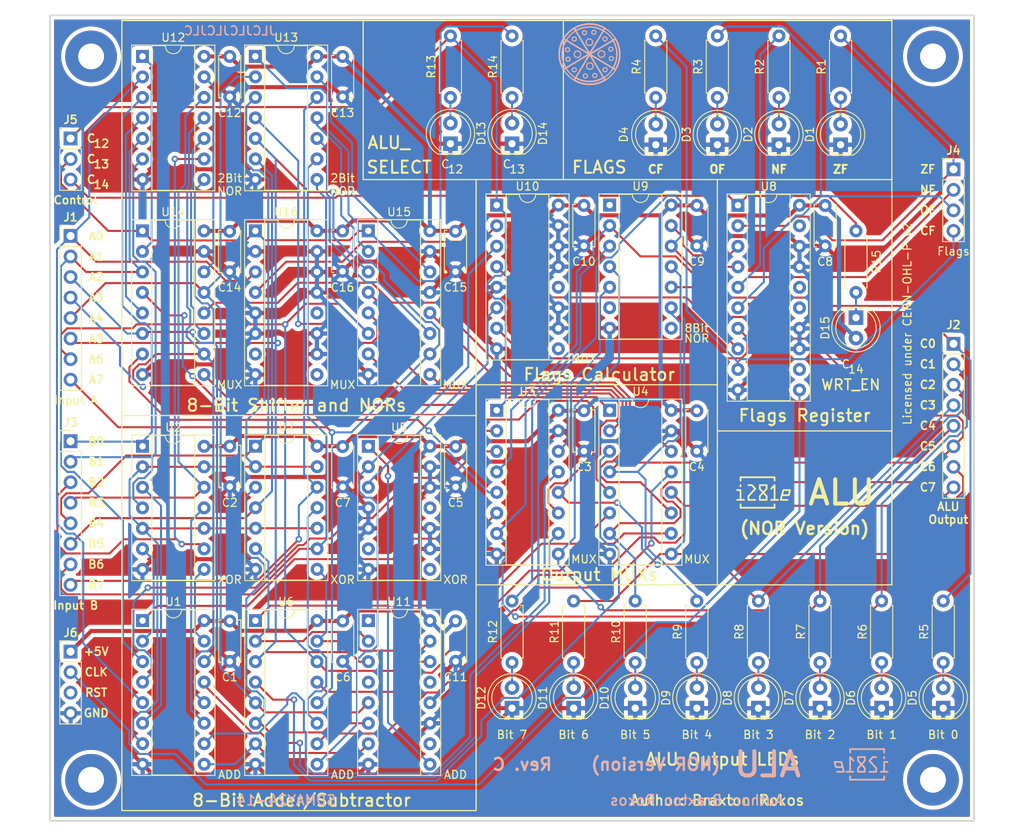
<source format=kicad_pcb>
(kicad_pcb (version 20211014) (generator pcbnew)
  (title_block (title "i281e ALU + NOR") (date "2024-05-04") (rev "C") (company "i281e Development Group") (comment 1 "Licensed under CERN-OHL-P v2") (comment 2 "Copyright i281e Development Group 2024"))
  (layers (0 "F.Cu" signal) (31 "B.Cu" signal) (34 "B.Paste" user) (35 "F.Paste" user) (36 "B.SilkS" user "B.Silkscreen") (37 "F.SilkS" user "F.Silkscreen") (38 "B.Mask" user) (39 "F.Mask" user) (44 "Edge.Cuts" user))
  (net 0 "")
  (net 1 "+5V")
  (net 2 "GND")
  (net 3 "Net-(D1-Pad2)")
  (net 4 "Net-(D2-Pad2)")
  (net 5 "Net-(D3-Pad2)")
  (net 6 "Net-(D4-Pad2)")
  (net 7 "Net-(D5-Pad2)")
  (net 8 "Net-(D6-Pad2)")
  (net 9 "Net-(D7-Pad2)")
  (net 10 "Net-(D8-Pad2)")
  (net 11 "Net-(D9-Pad2)")
  (net 12 "Net-(D10-Pad2)")
  (net 13 "Net-(D11-Pad2)")
  (net 14 "Net-(D13-Pad2)")
  (net 15 "Net-(D14-Pad2)")
  (net 16 "Net-(D15-Pad1)")
  (net 17 "/A0")
  (net 18 "/A1")
  (net 19 "/A2")
  (net 20 "/A3")
  (net 21 "/A4")
  (net 22 "/A5")
  (net 23 "/A6")
  (net 24 "/A7")
  (net 25 "/E0")
  (net 26 "/E1")
  (net 27 "/E2")
  (net 28 "/E3")
  (net 29 "/E4")
  (net 30 "/E5")
  (net 31 "/E6")
  (net 32 "/E7")
  (net 33 "/B0")
  (net 34 "/B1")
  (net 35 "/B2")
  (net 36 "/B3")
  (net 37 "/B4")
  (net 38 "/B5")
  (net 39 "/B6")
  (net 40 "/B7")
  (net 41 "/F0")
  (net 42 "/F1")
  (net 43 "/F2")
  (net 44 "/F3")
  (net 45 "/C12")
  (net 46 "/C13")
  (net 47 "/C14")
  (net 48 "/CLK")
  (net 49 "/RESET")
  (net 50 "/D1")
  (net 51 "Net-(U1-Pad2)")
  (net 52 "/D0")
  (net 53 "Net-(U1-Pad6)")
  (net 54 "Net-(U1-Pad9)")
  (net 55 "/D3")
  (net 56 "/D2")
  (net 57 "/C0")
  (net 58 "/C1")
  (net 59 "/C2")
  (net 60 "/C3")
  (net 61 "/C4")
  (net 62 "/D4")
  (net 63 "/C5")
  (net 64 "/D5")
  (net 65 "/D6")
  (net 66 "/C6")
  (net 67 "/D7")
  (net 68 "/C7")
  (net 69 "Net-(U11-Pad9)")
  (net 70 "/CARRY")
  (net 71 "/OF")
  (net 75 "Net-(U11-Pad2)")
  (net 76 "Net-(U11-Pad6)")
  (net 77 "Net-(U6-Pad11)")
  (net 78 "Net-(U11-Pad15)")
  (net 79 "Net-(U8-Pad3)")
  (net 80 "Net-(U10-Pad7)")
  (net 81 "Net-(U10-Pad4)")
  (net 89 "/SHIFT_OUT")
  (net 96 "/G0")
  (net 97 "/G1")
  (net 98 "/G2")
  (net 99 "/G3")
  (net 100 "/G4")
  (net 101 "/G5")
  (net 102 "/G6")
  (net 103 "/G7")
  (net 107 "Net-(D12-Pad2)")
  (net 108 "Net-(U1-Pad11)")
  (net 109 "Net-(U1-Pad15)")
  (footprint "LED_THT:LED_D5.0mm" (layer "F.Cu") (at 161.925 120.04 90)
    (fp_text reference "D8")
    (fp_text value "LED")
  )
  (footprint "Package_DIP:DIP-16_W7.62mm_Socket" (layer "F.Cu") (at 129.55 83.175)
    (fp_text reference "U3")
    (fp_text value "SN74HCT257N")
  )
  (footprint "LED_THT:LED_D5.0mm" (layer "F.Cu") (at 149.225 50.3 90)
    (fp_text reference "D4")
    (fp_text value "LED")
  )
  (footprint "Symbol:i281e_logo" (layer "F.Cu") (at 162.56 93.345)
    (fp_text reference "G1" hide)
    (fp_text value "LOGO" hide)
  )
  (footprint "Package_DIP:DIP-16_W7.62mm_Socket" (layer "F.Cu") (at 99.705 109.205)
    (fp_text reference "U6")
    (fp_text value "CD74HCT283E")
  )
  (footprint "Package_DIP:DIP-16_W7.62mm_Socket" (layer "F.Cu") (at 85.745 109.195)
    (fp_text reference "U1")
    (fp_text value "CD74HCT283E")
  )
  (footprint "LED_THT:LED_D5.0mm" (layer "F.Cu") (at 156.845 50.3 90)
    (fp_text reference "D3")
    (fp_text value "LED")
  )
  (footprint "Capacitor_THT:C_Disc_D5.0mm_W2.5mm_P5.00mm" (layer "F.Cu") (at 124.47 109.245 -90)
    (fp_text reference "C11")
    (fp_text value "0.1 µF")
  )
  (footprint "Connector_PinHeader_2.54mm:PinHeader_1x08_P2.54mm_Vertical" (layer "F.Cu") (at 76.835 86.995)
    (fp_text reference "J3")
    (fp_text value "Conn_01x08_Male")
  )
  (footprint "Resistor_THT:R_Axial_DIN0207_L6.3mm_D2.5mm_P7.62mm_Horizontal" (layer "F.Cu") (at 177.165 114.39 90)
    (fp_text reference "R6")
    (fp_text value "330 Ω")
  )
  (footprint "Capacitor_THT:C_Disc_D5.0mm_W2.5mm_P5.00mm" (layer "F.Cu") (at 110.5 87.655 -90)
    (fp_text reference "C7")
    (fp_text value "0.1 µF")
  )
  (footprint "Resistor_THT:R_Axial_DIN0207_L6.3mm_D2.5mm_P7.62mm_Horizontal" (layer "F.Cu") (at 161.925 114.39 90)
    (fp_text reference "R8")
    (fp_text value "330 Ω")
  )
  (footprint "LED_THT:LED_D5.0mm" (layer "F.Cu") (at 154.305 120.04 90)
    (fp_text reference "D9")
    (fp_text value "LED")
  )
  (footprint "Package_DIP:DIP-16_W7.62mm_Socket" (layer "F.Cu") (at 129.55 57.775)
    (fp_text reference "U10")
    (fp_text value "SN74HCT257N")
  )
  (footprint "LED_THT:LED_D5.0mm" (layer "F.Cu") (at 123.825 50.17 90)
    (fp_text reference "D13")
    (fp_text value "LED")
  )
  (footprint "Resistor_THT:R_Axial_DIN0207_L6.3mm_D2.5mm_P7.62mm_Horizontal" (layer "F.Cu") (at 131.445 44.45 90)
    (fp_text reference "R14")
    (fp_text value "330 Ω")
  )
  (footprint "Package_DIP:DIP-14_W7.62mm_Socket" (layer "F.Cu") (at 99.715 87.61)
    (fp_text reference "U7")
    (fp_text value "CD74HCT86E")
  )
  (footprint "Capacitor_THT:C_Disc_D5.0mm_W2.5mm_P5.00mm" (layer "F.Cu") (at 96.53 109.245 -90)
    (fp_text reference "C1")
    (fp_text value "0.1 µF")
  )
  (footprint "MountingHole:MountingHole_3.2mm_M3_Pad" (layer "F.Cu") (at 79.375 128.905)
    (fp_text reference "REF3")
    (fp_text value "MountingHole_3.2mm_M3_Pad")
  )
  (footprint "Resistor_THT:R_Axial_DIN0207_L6.3mm_D2.5mm_P7.62mm_Horizontal" (layer "F.Cu") (at 149.225 44.45 90)
    (fp_text reference "R4")
    (fp_text value "330 Ω")
  )
  (footprint "LED_THT:LED_D5.0mm" (layer "F.Cu") (at 146.685 120.04 90)
    (fp_text reference "D10")
    (fp_text value "LED")
  )
  (footprint "LED_THT:LED_D5.0mm" (layer "F.Cu") (at 184.785 120.04 90)
    (fp_text reference "D5")
    (fp_text value "LED")
  )
  (footprint "Resistor_THT:R_Axial_DIN0207_L6.3mm_D2.5mm_P7.62mm_Horizontal" (layer "F.Cu") (at 164.465 44.45 90)
    (fp_text reference "R2")
    (fp_text value "330 Ω")
  )
  (footprint "Resistor_THT:R_Axial_DIN0207_L6.3mm_D2.5mm_P7.62mm_Horizontal" (layer "F.Cu") (at 139.065 114.39 90)
    (fp_text reference "R11")
    (fp_text value "330 Ω")
  )
  (footprint "Package_DIP:DIP-16_W7.62mm_Socket" (layer "F.Cu") (at 113.665 60.955)
    (fp_text reference "U15")
    (fp_text value "SN74HCT257N")
  )
  (footprint "Connector_PinHeader_2.54mm:PinHeader_1x04_P2.54mm_Vertical" (layer "F.Cu") (at 186.055 53.34)
    (fp_text reference "J4")
    (fp_text value "Conn_01x04_Male")
  )
  (footprint "Package_DIP:DIP-14_W7.62mm_Socket" (layer "F.Cu") (at 85.735 39.365)
    (fp_text reference "U12")
    (fp_text value "CD74HCT02E")
  )
  (footprint "Package_DIP:DIP-14_W7.62mm_Socket" (layer "F.Cu") (at 85.735 87.625)
    (fp_text reference "U2")
    (fp_text value "CD74HCT86E")
  )
  (footprint "Resistor_THT:R_Axial_DIN0207_L6.3mm_D2.5mm_P7.62mm_Horizontal" (layer "F.Cu") (at 173.99 68.58 90)
    (fp_text reference "R15")
    (fp_text value "330 Ω")
  )
  (footprint "Package_DIP:DIP-16_W7.62mm_Socket" (layer "F.Cu") (at 113.675 109.205)
    (fp_text reference "U11")
    (fp_text value "CD74HCT283E")
  )
  (footprint "Capacitor_THT:C_Disc_D5.0mm_W2.5mm_P5.00mm" (layer "F.Cu") (at 140.335 57.815 -90)
    (fp_text reference "C10")
    (fp_text value "0.1 µF")
  )
  (footprint "Package_DIP:DIP-16_W7.62mm_Socket" (layer "F.Cu") (at 143.52 83.175)
    (fp_text reference "U4")
    (fp_text value "SN74HCT257N")
  )
  (footprint "Connector_PinHeader_2.54mm:PinHeader_1x03_P2.54mm_Vertical" (layer "F.Cu") (at 76.835 49.53)
    (fp_text reference "J5")
    (fp_text value "Conn_01x03_Male")
  )
  (footprint "Resistor_THT:R_Axial_DIN0207_L6.3mm_D2.5mm_P7.62mm_Horizontal" (layer "F.Cu") (at 156.845 44.45 90)
    (fp_text reference "R3")
    (fp_text value "330 Ω")
  )
  (footprint "Resistor_THT:R_Axial_DIN0207_L6.3mm_D2.5mm_P7.62mm_Horizontal" (layer "F.Cu") (at 131.445 114.39 90)
    (fp_text reference "R12")
    (fp_text value "330 Ω")
  )
  (footprint "Capacitor_THT:C_Disc_D5.0mm_W2.5mm_P5.00mm" (layer "F.Cu") (at 124.45 61.005 -90)
    (fp_text reference "C15")
    (fp_text value "0.1 µF")
  )
  (footprint "Capacitor_THT:C_Disc_D5.0mm_W2.5mm_P5.00mm" (layer "F.Cu") (at 96.53 87.615 -90)
    (fp_text reference "C2")
    (fp_text value "0.1 µF")
  )
  (footprint "Resistor_THT:R_Axial_DIN0207_L6.3mm_D2.5mm_P7.62mm_Horizontal" (layer "F.Cu") (at 146.685 114.39 90)
    (fp_text reference "R10")
    (fp_text value "330 Ω")
  )
  (footprint "Package_DIP:DIP-14_W7.62mm_Socket" (layer "F.Cu") (at 99.695 39.36)
    (fp_text reference "U13")
    (fp_text value "CD74HCT02E")
  )
  (footprint "LED_THT:LED_D5.0mm" (layer "F.Cu") (at 173.99 71.7 -90)
    (fp_text reference "D15")
    (fp_text value "LED")
  )
  (footprint "Capacitor_THT:C_Disc_D5.0mm_W2.5mm_P5.00mm" (layer "F.Cu") (at 110.49 39.37 -90)
    (fp_text reference "C13")
    (fp_text value "0.1 µF")
  )
  (footprint "Capacitor_THT:C_Disc_D5.0mm_W2.5mm_P5.00mm" (layer "F.Cu") (at 124.47 87.655 -90)
    (fp_text reference "C5")
    (fp_text value "0.1 µF")
  )
  (footprint "Capacitor_THT:C_Disc_D5.0mm_W2.5mm_P5.00mm" (layer "F.Cu") (at 140.335 83.225 -90)
    (fp_text reference "C3")
    (fp_text value "0.1 µF")
  )
  (footprint "Resistor_THT:R_Axial_DIN0207_L6.3mm_D2.5mm_P7.62mm_Horizontal" (layer "F.Cu") (at 169.545 114.39 90)
    (fp_text reference "R7")
    (fp_text value "330 Ω")
  )
  (footprint "Resistor_THT:R_Axial_DIN0207_L6.3mm_D2.5mm_P7.62mm_Horizontal" (layer "F.Cu") (at 172.085 44.45 90)
    (fp_text reference "R1")
    (fp_text value "330 Ω")
  )
  (footprint "Package_DIP:DIP-16_W7.62mm_Socket" (layer "F.Cu") (at 99.695 60.965)
    (fp_text reference "U16")
    (fp_text value "SN74HCT257N")
  )
  (footprint "Capacitor_THT:C_Disc_D5.0mm_W2.5mm_P5.00mm" (layer "F.Cu") (at 96.52 39.37 -90)
    (fp_text reference "C12")
    (fp_text value "0.1 µF")
  )
  (footprint "Package_DIP:DIP-16_W7.62mm_Socket" (layer "F.Cu") (at 85.725 60.965)
    (fp_text reference "U14")
    (fp_text value "SN74HCT257N")
  )
  (footprint "MountingHole:MountingHole_3.2mm_M3_Pad" (layer "F.Cu") (at 183.515 39.37)
    (fp_text reference "REF1")
    (fp_text value "MountingHole_3.2mm_M3_Pad")
  )
  (footprint "MountingHole:MountingHole_3.2mm_M3_Pad" (layer "F.Cu") (at 183.515 128.905)
    (fp_text reference "REF4")
    (fp_text value "MountingHole_3.2mm_M3_Pad")
  )
  (footprint "Connector_PinHeader_2.54mm:PinHeader_1x04_P2.54mm_Vertical" (layer "F.Cu") (at 76.835 113.04)
    (fp_text reference "J6")
    (fp_text value "Conn_01x04_Male")
  )
  (footprint "LED_THT:LED_D5.0mm" (layer "F.Cu") (at 131.445 120.04 90)
    (fp_text reference "D12")
    (fp_text value "LED")
  )
  (footprint "MountingHole:MountingHole_3.2mm_M3_Pad" (layer "F.Cu") (at 79.375 39.37)
    (fp_text reference "REF2")
    (fp_text value "MountingHole_3.2mm_M3_Pad")
  )
  (footprint "LED_THT:LED_D5.0mm" (layer "F.Cu") (at 131.445 50.17 90)
    (fp_text reference "D14")
    (fp_text value "LED")
  )
  (footprint "Capacitor_THT:C_Disc_D5.0mm_W2.5mm_P5.00mm" (layer "F.Cu") (at 110.48 60.975 -90)
    (fp_text reference "C16")
    (fp_text value "0.1 µF")
  )
  (footprint "LED_THT:LED_D5.0mm" (layer "F.Cu") (at 139.065 120.04 90)
    (fp_text reference "D11")
    (fp_text value "LED")
  )
  (footprint "LED_THT:LED_D5.0mm" (layer "F.Cu") (at 172.085 50.3 90)
    (fp_text reference "D1")
    (fp_text value "LED")
  )
  (footprint "LED_THT:LED_D5.0mm" (layer "F.Cu") (at 169.545 120.04 90)
    (fp_text reference "D7")
    (fp_text value "LED")
  )
  (footprint "Capacitor_THT:C_Disc_D5.0mm_W2.5mm_P5.00mm" (layer "F.Cu") (at 110.5 109.245 -90)
    (fp_text reference "C6")
    (fp_text value "0.1 µF")
  )
  (footprint "Capacitor_THT:C_Disc_D5.0mm_W2.5mm_P5.00mm" (layer "F.Cu") (at 154.305 83.225 -90)
    (fp_text reference "C4")
    (fp_text value "0.1 µF")
  )
  (footprint "Package_DIP:DIP-14_W7.62mm_Socket" (layer "F.Cu") (at 113.675 87.625)
    (fp_text reference "U5")
    (fp_text value "CD74HCT86E")
  )
  (footprint "Capacitor_THT:C_Disc_D5.0mm_W2.5mm_P5.00mm" (layer "F.Cu") (at 170.18 57.825 -90)
    (fp_text reference "C8")
    (fp_text value "0.1 µF")
  )
  (footprint "Resistor_THT:R_Axial_DIN0207_L6.3mm_D2.5mm_P7.62mm_Horizontal" (layer "F.Cu") (at 184.785 114.39 90)
    (fp_text reference "R5")
    (fp_text value "330 Ω")
  )
  (footprint "Capacitor_THT:C_Disc_D5.0mm_W2.5mm_P5.00mm" (layer "F.Cu") (at 154.305 57.815 -90)
    (fp_text reference "C9")
    (fp_text value "0.1 µF")
  )
  (footprint "Package_DIP:DIP-20_W7.62mm_Socket" (layer "F.Cu") (at 159.385 57.79)
    (fp_text reference "U8")
    (fp_text value "CD74HCT377E")
  )
  (footprint "Connector_PinHeader_2.54mm:PinHeader_1x08_P2.54mm_Vertical" (layer "F.Cu") (at 76.835 61.595)
    (fp_text reference "J1")
    (fp_text value "Conn_01x08_Male")
  )
  (footprint "LED_THT:LED_D5.0mm" (layer "F.Cu") (at 164.465 50.3 90)
    (fp_text reference "D2")
    (fp_text value "LED")
  )
  (footprint "Resistor_THT:R_Axial_DIN0207_L6.3mm_D2.5mm_P7.62mm_Horizontal" (layer "F.Cu") (at 123.825 44.45 90)
    (fp_text reference "R13")
    (fp_text value "330 Ω")
  )
  (footprint "LED_THT:LED_D5.0mm" (layer "F.Cu") (at 177.165 120.04 90)
    (fp_text reference "D6")
    (fp_text value "LED")
  )
  (footprint "Resistor_THT:R_Axial_DIN0207_L6.3mm_D2.5mm_P7.62mm_Horizontal" (layer "F.Cu") (at 154.305 114.39 90)
    (fp_text reference "R9")
    (fp_text value "330 Ω")
  )
  (footprint "Package_DIP:DIP-14_W7.62mm_Socket" (layer "F.Cu") (at 143.52 57.77)
    (fp_text reference "U9")
    (fp_text value "CD4078BE")
  )
  (footprint "Connector_PinHeader_2.54mm:PinHeader_1x08_P2.54mm_Vertical" (layer "F.Cu") (at 186.055 74.935)
    (fp_text reference "J2")
    (fp_text value "Conn_01x08_Male")
  )
  (footprint "Capacitor_THT:C_Disc_D5.0mm_W2.5mm_P5.00mm" (layer "F.Cu") (at 96.51 61.015 -90)
    (fp_text reference "C14")
    (fp_text value "0.1 µF")
  )
  (footprint "Symbol:i281e_logo" (layer "B.Cu") (at 174.625 127 180)
    (fp_text reference "G***" hide)
    (fp_text value "LOGO" hide)
  )
  (gr_line (start 141.046554 39.115323) (end 142.951554 42.290323) (layer "B.SilkS") (width 0.2))
  (gr_circle (center 141.046554 39.115323) (end 137.808054 40.982223) (layer "B.SilkS") (width 0.15) (fill none))
  (gr_circle (center 139.141554 41.020323) (end 139.395554 41.020323) (layer "B.SilkS") (width 0.15) (fill none))
  (gr_line (start 141.033854 39.051823) (end 139.128854 35.876823) (layer "B.SilkS") (width 0.2))
  (gr_circle (center 138.366854 39.712223) (end 138.366854 39.458223) (layer "B.SilkS") (width 0.15) (fill none))
  (gr_arc (start 137.808054 40.982223) (mid 137.2804 39.077223) (end 137.808054 37.172223) (layer "B.SilkS") (width 0.2))
  (gr_circle (center 143.726254 39.636023) (end 143.726254 39.890023) (layer "B.SilkS") (width 0.15) (fill none))
  (gr_arc (start 143.929454 37.400823) (mid 144.396042 39.107024) (end 143.924954 40.811988) (layer "B.SilkS") (width 0.15))
  (gr_circle (center 143.675454 38.467623) (end 143.675454 38.721623) (layer "B.SilkS") (width 0.15) (fill none))
  (gr_line (start 140.983054 39.077223) (end 137.808054 40.982223) (layer "B.SilkS") (width 0.2))
  (gr_arc (start 138.112854 40.779023) (mid 137.646266 39.072822) (end 138.117354 37.367858) (layer "B.SilkS") (width 0.15))
  (gr_arc (start 144.234254 37.197623) (mid 144.761908 39.102623) (end 144.234254 41.007623) (layer "B.SilkS") (width 0.2))
  (gr_arc (start 139.128854 35.876823) (mid 141.033854 35.349169) (end 142.938854 35.876823) (layer "B.SilkS") (width 0.2))
  (gr_arc (start 139.332054 36.181623) (mid 141.038255 35.715035) (end 142.743219 36.186123) (layer "B.SilkS") (width 0.15))
  (gr_circle (center 142.507054 39.077223) (end 142.507054 39.483623) (layer "B.SilkS") (width 0.15) (fill none))
  (gr_circle (center 138.316054 38.543823) (end 138.316054 38.289823) (layer "B.SilkS") (width 0.15) (fill none))
  (gr_circle (center 141.046554 39.115323) (end 142.743219 36.186123) (layer "B.SilkS") (width 0.15) (fill none))
  (gr_circle (center 141.071954 40.563123) (end 140.665554 40.563123) (layer "B.SilkS") (width 0.15) (fill none))
  (gr_arc (start 142.748354 41.985523) (mid 141.042153 42.452111) (end 139.337189 41.981023) (layer "B.SilkS") (width 0.15))
  (gr_line (start 141.059254 39.102623) (end 144.234254 41.007623) (layer "B.SilkS") (width 0.2))
  (gr_circle (center 142.951554 37.210323) (end 143.205554 37.210323) (layer "B.SilkS") (width 0.15) (fill none))
  (gr_circle (center 139.141554 37.210323) (end 139.395554 37.210323) (layer "B.SilkS") (width 0.15) (fill none))
  (gr_circle (center 141.681554 41.731523) (end 141.427554 41.731523) (layer "B.SilkS") (width 0.15) (fill none))
  (gr_circle (center 140.398854 36.435623) (end 140.652854 36.435623) (layer "B.SilkS") (width 0.15) (fill none))
  (gr_line (start 141.046554 39.115323) (end 139.141554 42.290323) (layer "B.SilkS") (width 0.2))
  (gr_arc (start 142.951554 42.290323) (mid 141.046554 42.817977) (end 139.141554 42.290323) (layer "B.SilkS") (width 0.2))
  (gr_line (start 141.033854 39.051823) (end 142.938854 35.876823) (layer "B.SilkS") (width 0.2))
  (gr_circle (center 140.513154 41.782323) (end 140.259154 41.782323) (layer "B.SilkS") (width 0.15) (fill none))
  (gr_circle (center 142.951554 41.020323) (end 143.205554 41.020323) (layer "B.SilkS") (width 0.15) (fill none))
  (gr_circle (center 141.567254 36.384823) (end 141.821254 36.384823) (layer "B.SilkS") (width 0.15) (fill none))
  (gr_arc (start 137.808054 37.172223) (mid 138.377016 36.428868) (end 139.113008 35.850413) (layer "B.SilkS") (width 0.15))
  (gr_line (start 141.059254 39.102623) (end 144.234254 37.197623) (layer "B.SilkS") (width 0.2))
  (gr_circle (center 141.008454 37.604023) (end 141.414854 37.604023) (layer "B.SilkS") (width 0.15) (fill none))
  (gr_circle (center 139.535254 39.102623) (end 139.535254 38.696223) (layer "B.SilkS") (width 0.15) (fill none))
  (gr_line (start 140.983054 39.077223) (end 137.808054 37.172223) (layer "B.SilkS") (width 0.2))
  (gr_line (start 83.185 130.81) (end 83.185 125.73) (layer "F.SilkS") (width 0.15))
  (gr_line (start 83.185 130.81) (end 83.185 132.715) (layer "F.SilkS") (width 0.15))
  (gr_line (start 178.435 104.775) (end 178.435 102.87) (layer "F.SilkS") (width 0.15))
  (gr_line (start 137.795 54.61) (end 137.795 34.925) (layer "F.SilkS") (width 0.15))
  (gr_line (start 178.435 102.235) (end 178.435 102.87) (layer "F.SilkS") (width 0.15))
  (gr_line (start 156.845 102.87) (end 156.845 104.775) (layer "F.SilkS") (width 0.15))
  (gr_line (start 83.185 34.925) (end 112.395 34.925) (layer "F.SilkS") (width 0.15))
  (gr_line (start 156.845 104.775) (end 127 104.775) (layer "F.SilkS") (width 0.15))
  (gr_line (start 136.525 34.925) (end 178.435 34.925) (layer "F.SilkS") (width 0.15))
  (gr_line (start 120.65 54.61) (end 119.38 54.61) (layer "F.SilkS") (width 0.15))
  (gr_line (start 127 80.01) (end 156.845 80.01) (layer "F.SilkS") (width 0.15))
  (gr_line (start 127 54.61) (end 132.715 54.61) (layer "F.SilkS") (width 0.15))
  (gr_line (start 156.845 104.775) (end 178.435 104.775) (layer "F.SilkS") (width 0.15))
  (gr_line (start 113.03 54.61) (end 113.03 34.925) (layer "F.SilkS") (width 0.15))
  (gr_line (start 121.285 54.61) (end 120.65 54.61) (layer "F.SilkS") (width 0.15))
  (gr_line (start 83.185 125.73) (end 83.185 79.375) (layer "F.SilkS") (width 0.15))
  (gr_line (start 136.525 34.925) (end 114.3 34.925) (layer "F.SilkS") (width 0.15))
  (gr_line (start 83.185 35.56) (end 83.185 79.375) (layer "F.SilkS") (width 0.15))
  (gr_line (start 127 125.73) (end 127 130.81) (layer "F.SilkS") (width 0.15))
  (gr_line (start 178.435 54.61) (end 178.435 102.235) (layer "F.SilkS") (width 0.15))
  (gr_line (start 127 55.245) (end 127 79.375) (layer "F.SilkS") (width 0.15))
  (gr_line (start 127 79.375) (end 127 125.73) (layer "F.SilkS") (width 0.15))
  (gr_line (start 112.395 34.925) (end 114.3 34.925) (layer "F.SilkS") (width 0.15))
  (gr_line (start 127 55.245) (end 127 54.61) (layer "F.SilkS") (width 0.15))
  (gr_line (start 127 130.81) (end 127 132.715) (layer "F.SilkS") (width 0.15))
  (gr_line (start 114.3 54.61) (end 113.03 54.61) (layer "F.SilkS") (width 0.15))
  (gr_line (start 127 132.715) (end 83.185 132.715) (layer "F.SilkS") (width 0.15))
  (gr_line (start 156.845 85.725) (end 178.435 85.725) (layer "F.SilkS") (width 0.15))
  (gr_line (start 127 54.61) (end 121.285 54.61) (layer "F.SilkS") (width 0.15))
  (gr_line (start 156.845 80.01) (end 156.845 102.87) (layer "F.SilkS") (width 0.15))
  (gr_line (start 83.185 83.82) (end 127 83.82) (layer "F.SilkS") (width 0.15))
  (gr_line (start 133.35 54.61) (end 132.715 54.61) (layer "F.SilkS") (width 0.15))
  (gr_line (start 83.185 35.56) (end 83.185 34.925) (layer "F.SilkS") (width 0.15))
  (gr_line (start 178.435 34.925) (end 178.435 54.61) (layer "F.SilkS") (width 0.15))
  (gr_line (start 119.38 54.61) (end 114.3 54.61) (layer "F.SilkS") (width 0.15))
  (gr_line (start 178.435 54.61) (end 133.35 54.61) (layer "F.SilkS") (width 0.15))
  (gr_line (start 156.845 80.01) (end 156.845 54.61) (layer "F.SilkS") (width 0.15))
  (gr_rect (start 74.295 34.29) (end 188.595 133.985) (layer "Edge.Cuts") (width 0.2) (fill none))
  (gr_text "SDMAY24-14" (at 103.505 131.445) (layer "B.SilkS") (effects (font (size 1.25 1.25) (thickness 0.208)) (justify mirror)))
  (gr_text "Rev. C" (at 132.715 127) (layer "B.SilkS") (effects (font (size 1.5 1.5) (thickness 0.3)) (justify mirror)))
  (gr_text "ALU " (at 161.925 127) (layer "B.SilkS") (effects (font (size 3 3) (thickness 0.5)) (justify mirror)))
  (gr_text "Author: Braxton Rokos" (at 154.305 131.445) (layer "B.SilkS") (effects (font (size 1.27 1.27) (thickness 0.211)) (justify mirror)))
  (gr_text "JLCJLCJLCJLC" (at 96.52 36.195) (layer "B.SilkS") (effects (font (size 1.1 1.1) (thickness 0.18)) (justify mirror)))
  (gr_text "(NOR Version)" (at 149.225 127) (layer "B.SilkS") (effects (font (size 1.5 1.5) (thickness 0.3)) (justify mirror)))
  (gr_text "14\n" (at 80.645 55.245) (layer "F.SilkS") (effects (font (size 1 1) (thickness 0.2))))
  (gr_text "Bit 6" (at 139.065 123.325064) (layer "F.SilkS") (effects (font (size 1 1))))
  (gr_text "CF" (at 182.88 60.95) (layer "F.SilkS") (effects (font (size 1 1) (thickness 0.2))))
  (gr_text "A7" (at 80.01 79.375) (layer "F.SilkS") (effects (font (size 1 1) (thickness 0.2))))
  (gr_text "Bit 4" (at 154.305 123.325064) (layer "F.SilkS") (effects (font (size 1 1))))
  (gr_text "XOR" (at 96.52 104.14) (layer "F.SilkS") (effects (font (size 1 1))))
  (gr_text "MUX" (at 124.46 80.01) (layer "F.SilkS") (effects (font (size 1 1))))
  (gr_text "C0" (at 182.88 74.92) (layer "F.SilkS") (effects (font (size 1 1) (thickness 0.2))))
  (gr_text "NF" (at 182.88 55.87) (layer "F.SilkS") (effects (font (size 1 1) (thickness 0.2))))
  (gr_text "C\n" (at 79.375 49.53) (layer "F.SilkS") (effects (font (size 1 1) (thickness 0.2))))
  (gr_text "MUX" (at 140.335 101.6) (layer "F.SilkS") (effects (font (size 1 1))))
  (gr_text "C5" (at 182.88 87.62) (layer "F.SilkS") (effects (font (size 1 1) (thickness 0.2))))
  (gr_text "C3" (at 182.88 82.54) (layer "F.SilkS") (effects (font (size 1 1) (thickness 0.2))))
  (gr_text "Input A" (at 77.47 81.915) (layer "F.SilkS") (effects (font (size 1 1) (thickness 0.2))))
  (gr_text "B6" (at 80.01 102.235) (layer "F.SilkS") (effects (font (size 1 1) (thickness 0.2))))
  (gr_text "CLK" (at 80.01 115.57) (layer "F.SilkS") (effects (font (size 1 1) (thickness 0.2))))
  (gr_text "Flags Register" (at 167.64 83.82) (layer "F.SilkS") (effects (font (size 1.5 1.5) (thickness 0.25))))
  (gr_text "ADD" (at 96.52 128.27) (layer "F.SilkS") (effects (font (size 1 1))))
  (gr_text "MUX" (at 154.305 101.6) (layer "F.SilkS") (effects (font (size 1 1))))
  (gr_text "C2\n" (at 182.88 80) (layer "F.SilkS") (effects (font (size 1 1) (thickness 0.2))))
  (gr_text "MUX" (at 140.335 76.82) (layer "F.SilkS") (effects (font (size 1 1))))
  (gr_text "Bit 5" (at 146.685 123.325064) (layer "F.SilkS") (effects (font (size 1 1))))
  (gr_text "MUX" (at 96.52 80.01) (layer "F.SilkS") (effects (font (size 1 1))))
  (gr_text "8-Bit Shifter and NORs" (at 104.775 82.55) (layer "F.SilkS") (effects (font (size 1.5 1.5) (thickness 0.25))))
  (gr_text "C7\n" (at 182.88 92.7) (layer "F.SilkS") (effects (font (size 1 1) (thickness 0.2))))
  (gr_text "ZF" (at 182.88 53.33) (layer "F.SilkS") (effects (font (size 1 1) (thickness 0.2))))
  (gr_text "Author: Braxton Rokos" (at 156.845 131.445) (layer "F.SilkS") (effects (font (size 1.27 1.27) (thickness 0.211))))
  (gr_text "Flags" (at 186.055 63.49) (layer "F.SilkS") (effects (font (size 1 1))))
  (gr_text "OF" (at 156.845 53.34) (layer "F.SilkS") (effects (font (size 1 1) (thickness 0.25))))
  (gr_text "Bit 1" (at 177.165 123.325064) (layer "F.SilkS") (effects (font (size 1 1))))
  (gr_text "Control" (at 77.47 57.15) (layer "F.SilkS") (effects (font (size 1 1) (thickness 0.2))))
  (gr_text "13\n" (at 80.645 52.705) (layer "F.SilkS") (effects (font (size 1 1) (thickness 0.2))))
  (gr_text "+5V" (at 80.01 113.03) (layer "F.SilkS") (effects (font (size 1 1) (thickness 0.2))))
  (gr_text "13\n" (at 132.08 53.34) (layer "F.SilkS") (effects (font (size 1 1))))
  (gr_text "12\n" (at 80.645 50.165) (layer "F.SilkS") (effects (font (size 1 1) (thickness 0.2))))
  (gr_text "Input B" (at 77.47 107.315) (layer "F.SilkS") (effects (font (size 1 1) (thickness 0.2))))
  (gr_text "A2" (at 80.01 66.675) (layer "F.SilkS") (effects (font (size 1 1) (thickness 0.2))))
  (gr_text "ADD" (at 110.49 128.27) (layer "F.SilkS") (effects (font (size 1 1))))
  (gr_text "RST\n" (at 80.01 118.11) (layer "F.SilkS") (effects (font (size 1 1) (thickness 0.2))))
  (gr_text "2Bit\nNOR" (at 110.49 55.245) (layer "F.SilkS") (effects (font (size 1 1))))
  (gr_text "ALU\nOutput" (at 185.42 95.885) (layer "F.SilkS") (effects (font (size 1 1) (thickness 0.2))))
  (gr_text "Bit 0" (at 184.785 123.325064) (layer "F.SilkS") (effects (font (size 1 1))))
  (gr_text "C6" (at 182.88 90.16) (layer "F.SilkS") (effects (font (size 1 1) (thickness 0.2))))
  (gr_text "C4" (at 182.88 85.08) (layer "F.SilkS") (effects (font (size 1 1) (thickness 0.2))))
  (gr_text "B5" (at 80.007139 99.7093) (layer "F.SilkS") (effects (font (size 1 1) (thickness 0.2))))
  (gr_text "XOR" (at 110.49 104.14) (layer "F.SilkS") (effects (font (size 1 1))))
  (gr_text "(NOR Version)" (at 167.64 97.79) (layer "F.SilkS") (effects (font (size 1.5 1.5) (thickness 0.3))))
  (gr_text "8-Bit Adder/Subtractor" (at 105.41 131.445) (layer "F.SilkS") (effects (font (size 1.5 1.5) (thickness 0.25))))
  (gr_text "CF" (at 149.225 53.34) (layer "F.SilkS") (effects (font (size 1 1) (thickness 0.25))))
  (gr_text "B4" (at 80.01 97.155) (layer "F.SilkS") (effects (font (size 1 1) (thickness 0.2))))
  (gr_text "C\n" (at 123.19 52.705) (layer "F.SilkS") (effects (font (size 1 1))))
  (gr_text "A1" (at 80.01 64.135) (layer "F.SilkS") (effects (font (size 1 1) (thickness 0.2))))
  (gr_text "C1\n" (at 182.88 77.46) (layer "F.SilkS") (effects (font (size 1 1) (thickness 0.2))))
  (gr_text "8Bit" (at 154.295 73.01) (layer "F.SilkS") (effects (font (size 1 1))))
  (gr_text "ALU_" (at 116.205 50.038) (layer "F.SilkS") (effects (font (size 1.5 1.5) (thickness 0.25))))
  (gr_text "A3" (at 80.01 69.215) (layer "F.SilkS") (effects (font (size 1 1) (thickness 0.2))))
  (gr_text "A5" (at 80.007139 74.3093) (layer "F.SilkS") (effects (font (size 1 1) (thickness 0.2))))
  (gr_text "NOR" (at 154.295 74.28) (layer "F.SilkS") (effects (font (size 1 1))))
  (gr_text "Licensed under CERN-OHL-P v2" (at 180.34 72.47875 90) (layer "F.SilkS") (effects (font (size 1 1))))
  (gr_text "B2" (at 80.01 92.075) (layer "F.SilkS") (effects (font (size 1 1) (thickness 0.2))))
  (gr_text "NF" (at 164.465 53.34) (layer "F.SilkS") (effects (font (size 1 1) (thickness 0.25))))
  (gr_text "A6" (at 80.01 76.835) (layer "F.SilkS") (effects (font (size 1 1) (thickness 0.2))))
  (gr_text "A4" (at 80.01 71.755) (layer "F.SilkS") (effects (font (size 1 1) (thickness 0.2))))
  (gr_text "B0" (at 80.01 86.995) (layer "F.SilkS") (effects (font (size 1 1) (thickness 0.2))))
  (gr_text "12\n" (at 124.46 53.34) (layer "F.SilkS") (effects (font (size 1 1))))
  (gr_text "GND" (at 80.01 120.65) (layer "F.SilkS") (effects (font (size 1 1) (thickness 0.2))))
  (gr_text "WRT_EN" (at 173.355 80.01) (layer "F.SilkS") (effects (font (size 1.3 1.3) (thickness 0.2))))
  (gr_text "XOR" (at 124.46 104.14) (layer "F.SilkS") (effects (font (size 1 1))))
  (gr_text "C" (at 130.81 52.705) (layer "F.SilkS") (effects (font (size 1 1))))
  (gr_text "Bit 3" (at 161.925 123.325064) (layer "F.SilkS") (effects (font (size 1 1))))
  (gr_text "Output MUXs" (at 142.24 103.505) (layer "F.SilkS") (effects (font (size 1.5 1.5) (thickness 0.25))))
  (gr_text "MUX" (at 110.49 80.01) (layer "F.SilkS") (effects (font (size 1 1))))
  (gr_text "14\n" (at 173.99 78.105) (layer "F.SilkS") (effects (font (size 1 1))))
  (gr_text "C" (at 172.72 77.47) (layer "F.SilkS") (effects (font (size 1 1))))
  (gr_text "Bit 7" (at 131.445 123.325064) (layer "F.SilkS") (effects (font (size 1 1))))
  (gr_text "B1" (at 80.01 89.535) (layer "F.SilkS") (effects (font (size 1 1) (thickness 0.2))))
  (gr_text "2Bit\nNOR" (at 96.52 55.245) (layer "F.SilkS") (effects (font (size 1 1))))
  (gr_text "Flags Calculator" (at 142.24 78.74) (layer "F.SilkS") (effects (font (size 1.5 1.5) (thickness 0.25))))
  (gr_text "ALU Output LEDs" (at 157.48 126.365) (layer "F.SilkS") (effects (font (size 1.5 1.5) (thickness 0.25))))
  (gr_text "ALU " (at 173.355 93.345) (layer "F.SilkS") (effects (font (size 3 3) (thickness 0.5))))
  (gr_text "FLAGS" (at 142.24 53.086) (layer "F.SilkS") (effects (font (size 1.5 1.5) (thickness 0.25))))
  (gr_text "Bit 2" (at 169.545 123.325064) (layer "F.SilkS") (effects (font (size 1 1))))
  (gr_text "SELECT" (at 117.475 53.086) (layer "F.SilkS") (effects (font (size 1.5 1.5) (thickness 0.25))))
  (gr_text "C" (at 79.375 54.61) (layer "F.SilkS") (effects (font (size 1 1) (thickness 0.2))))
  (gr_text "C" (at 79.375 52.07) (layer "F.SilkS") (effects (font (size 1 1) (thickness 0.2))))
  (gr_text "ZF" (at 172.085 53.34) (layer "F.SilkS") (effects (font (size 1 1) (thickness 0.25))))
  (gr_text "B7" (at 80.01 104.775) (layer "F.SilkS") (effects (font (size 1 1) (thickness 0.2))))
  (gr_text "OF" (at 182.88 58.41) (layer "F.SilkS") (effects (font (size 1 1) (thickness 0.2))))
  (gr_text "B3" (at 80.01 94.615) (layer "F.SilkS") (effects (font (size 1 1) (thickness 0.2))))
  (gr_text "ADD" (at 124.46 128.27) (layer "F.SilkS") (effects (font (size 1 1))))
  (gr_text "A0" (at 80.01 61.595) (layer "F.SilkS") (effects (font (size 1 1) (thickness 0.2))))
  (segment (start 124.44 87.625) (end 121.295 87.625) (width 0.5) (layer "F.Cu") (net 1))
  (segment (start 93.36 39.37) (end 93.355 39.365) (width 0.5) (layer "F.Cu") (net 1))
  (segment (start 110.47 60.965) (end 107.315 60.965) (width 0.5) (layer "F.Cu") (net 1))
  (segment (start 140.335 83.225) (end 137.22 83.225) (width 0.5) (layer "F.Cu") (net 1))
  (segment (start 111.7919 107.9531) (end 120.0431 107.9531) (width 0.5) (layer "F.Cu") (net 1))
  (segment (start 120.0431 107.9531) (end 121.295 109.205) (width 0.5) (layer "F.Cu") (net 1))
  (segment (start 111.7819 86.3731) (end 110.5 87.655) (width 0.5) (layer "F.Cu") (net 1))
  (segment (start 107.335 87.61) (end 110.455 87.61) (width 0.5) (layer "F.Cu") (net 1))
  (segment (start 110.49 39.37) (end 107.325 39.37) (width 0.5) (layer "F.Cu") (net 1))
  (segment (start 93.365 87.615) (end 93.355 87.625) (width 0.5) (layer "F.Cu") (net 1))
  (segment (start 93.415 109.245) (end 96.53 109.245) (width 0.5) (layer "F.Cu") (net 1))
  (segment (start 140.335 57.815) (end 137.21 57.815) (width 0.5) (layer "F.Cu") (net 1))
  (segment (start 170.18 57.825) (end 167.04 57.825) (width 0.5) (layer "F.Cu") (net 1))
  (segment (start 154.255 83.175) (end 154.305 83.225) (width 0.5) (layer "F.Cu") (net 1))
  (segment (start 137.22 83.225) (end 137.17 83.175) (width 0.5) (layer "F.Cu") (net 1))
  (segment (start 126.4101 59.0449) (end 124.45 61.005) (width 0.5) (layer "F.Cu") (net 1))
  (segment (start 124.4 60.955) (end 121.285 60.955) (width 0.5) (layer "F.Cu") (net 1))
  (segment (start 133.342 87.003) (end 125.122 87.003) (width 0.5) (layer "F.Cu") (net 1))
  (segment (start 97.7869 86.3581) (end 106.0831 86.3581) (width 0.5) (layer "F.Cu") (net 1))
  (segment (start 76.835 113.04) (end 79.3919 110.4831) (width 0.5) (layer "F.Cu") (net 1))
  (segment (start 96.53 87.615) (end 93.365 87.615) (width 0.5) (layer "F.Cu") (net 1))
  (segment (start 110.5 109.245) (end 107.365 109.245) (width 0.5) (layer "F.Cu") (net 1))
  (segment (start 110.455 87.61) (end 110.5 87.655) (width 0.5) (layer "F.Cu") (net 1))
  (segment (start 106.0731 110.4569) (end 107.325 109.205) (width 0.5) (layer "F.Cu") (net 1))
  (segment (start 110.5 109.245) (end 111.7919 107.9531) (width 0.5) (layer "F.Cu") (net 1))
  (segment (start 167.005 57.79) (end 165.735 59.06) (width 0.5) (layer "F.Cu") (net 1))
  (segment (start 96.52 39.37) (end 93.36 39.37) (width 0.5) (layer "F.Cu") (net 1))
  (segment (start 97.78 40.63) (end 96.52 39.37) (width 0.5) (layer "F.Cu") (net 1))
  (segment (start 96.53 109.245) (end 97.7419 110.4569) (width 0.5) (layer "F.Cu") (net 1))
  (segment (start 120.0119 59.6819) (end 121.285 60.955) (width 0.5) (layer "F.Cu") (net 1))
  (segment (start 151.14 83.175) (end 154.255 83.175) (width 0.5) (layer "F.Cu") (net 1))
  (segment (start 137.17 83.175) (end 133.342 87.003) (width 0.5) (layer "F.Cu") (net 1))
  (segment (start 107.315 39.36) (end 106.045 40.63) (width 0.5) (layer "F.Cu") (net 1))
  (segment (start 135.9001 59.0449) (end 126.4101 59.0449) (width 0.5) (layer "F.Cu") (net 1))
  (segment (start 154.305 57.815) (end 151.185 57.815) (width 0.5) (layer "F.Cu") (net 1))
  (segment (start 97.7419 110.4569) (end 106.0731 110.4569) (width 0.5) (layer "F.Cu") (net 1))
  (segment (start 137.21 57.815) (end 137.17 57.775) (width 0.5) (layer "F.Cu") (net 1))
  (segment (start 120.0431 86.3731) (end 111.7819 86.3731) (width 0.5) (layer "F.Cu") (net 1))
  (segment (start 125.122 87.003) (end 124.47 87.655) (width 0.5) (layer "F.Cu") (net 1))
  (segment (start 110.48 60.975) (end 110.47 60.965) (width 0.5) (layer "F.Cu") (net 1))
  (segment (start 151.14 57.77) (end 149.87 59.04) (width 0.5) (layer "F.Cu") (net 1))
  (segment (start 124.47 87.655) (end 124.44 87.625) (width 0.5) (layer "F.Cu") (net 1))
  (segment (start 106.0631 59.7131) (end 97.8119 59.7131) (width 0.5) (layer "F.Cu") (net 1))
  (segment (start 106.045 40.63) (end 97.78 40.63) (width 0.5) (layer "F.Cu") (net 1))
  (segment (start 107.325 39.37) (end 107.315 39.36) (width 0.5) (layer "F.Cu") (net 1))
  (segment (start 79.3919 110.4831) (end 92.0769 110.4831) (width 0.5) (layer "F.Cu") (net 1))
  (segment (start 111.7731 59.6819) (end 120.0119 59.6819) (width 0.5) (layer "F.Cu") (net 1))
  (segment (start 165.735 59.06) (end 155.55 59.06) (width 0.5) (layer "F.Cu") (net 1))
  (segment (start 106.0831 86.3581) (end 107.335 87.61) (width 0.5) (layer "F.Cu") (net 1))
  (segment (start 107.315 60.965) (end 106.0631 59.7131) (width 0.5) (layer "F.Cu") (net 1))
  (segment (start 97.8119 59.7131) (end 96.51 61.015) (width 0.5) (layer "F.Cu") (net 1))
  (segment (start 141.56 59.04) (end 140.335 57.815) (width 0.5) (layer "F.Cu") (net 1))
  (segment (start 149.87 59.04) (end 141.56 59.04) (width 0.5) (layer "F.Cu") (net 1))
  (segment (start 121.295 87.625) (end 120.0431 86.3731) (width 0.5) (layer "F.Cu") (net 1))
  (segment (start 107.365 109.245) (end 107.325 109.205) (width 0.5) (layer "F.Cu") (net 1))
  (segment (start 96.53 87.615) (end 97.7869 86.3581) (width 0.5) (layer "F.Cu") (net 1))
  (segment (start 93.365 109.195) (end 93.415 109.245) (width 0.5) (layer "F.Cu") (net 1))
  (segment (start 92.0769 110.4831) (end 93.365 109.195) (width 0.5) (layer "F.Cu") (net 1))
  (segment (start 110.48 60.975) (end 111.7731 59.6819) (width 0.5) (layer "F.Cu") (net 1))
  (segment (start 155.55 59.06) (end 154.305 57.815) (width 0.5) (layer "F.Cu") (net 1))
  (segment (start 124.45 61.005) (end 124.4 60.955) (width 0.5) (layer "F.Cu") (net 1))
  (segment (start 96.46 60.965) (end 96.51 61.015) (width 0.5) (layer "F.Cu") (net 1))
  (segment (start 151.185 57.815) (end 151.14 57.77) (width 0.5) (layer "F.Cu") (net 1))
  (segment (start 137.17 57.775) (end 135.9001 59.0449) (width 0.5) (layer "F.Cu") (net 1))
  (segment (start 93.345 60.965) (end 96.46 60.965) (width 0.5) (layer "F.Cu") (net 1))
  (segment (start 167.04 57.825) (end 167.005 57.79) (width 0.5) (layer "F.Cu") (net 1))
  (segment (start 122.9025 117.7575) (end 122.9025 110.8125) (width 0.5) (layer "B.Cu") (net 1))
  (segment (start 120.0428 88.8772) (end 120.0428 107.9528) (width 0.5) (layer "B.Cu") (net 1))
  (segment (start 121.295 119.365) (end 122.9025 117.7575) (width 0.5) (layer "B.Cu") (net 1))
  (segment (start 149.8246 59.0854) (end 151.14 57.77) (width 0.5) (layer "B.Cu") (net 1))
  (segment (start 120.0428 107.9528) (end 121.295 109.205) (width 0.5) (layer "B.Cu") (net 1))
  (segment (start 140.335 83.225) (end 141.7004 81.8596) (width 0.5) (layer "B.Cu") (net 1))
  (segment (start 110.49 39.37) (end 121.285 50.165) (width 0.5) (layer "B.Cu") (net 1))
  (segment (start 149.8246 81.8596) (end 151.14 83.175) (width 0.5) (layer "B.Cu") (net 1))
  (segment (start 141.7004 81.8596) (end 149.8246 81.8596) (width 0.5) (layer "B.Cu") (net 1))
  (segment (start 171.8954 72.1454) (end 171.8954 59.5404) (width 0.5) (layer "B.Cu") (net 1))
  (segment (start 121.295 109.205) (end 122.9025 110.8125) (width 0.5) (layer "B.Cu") (net 1))
  (segment (start 173.99 74.24) (end 171.8954 72.1454) (width 0.5) (layer "B.Cu") (net 1))
  (segment (start 121.285 50.165) (end 121.285 60.955) (width 0.5) (layer "B.Cu") (net 1))
  (segment (start 149.8246 81.8596) (end 149.8246 59.0854) (width 0.5) (layer "B.Cu") (net 1))
  (segment (start 121.295 87.625) (end 120.0428 88.8772) (width 0.5) (layer "B.Cu") (net 1))
  (segment (start 122.9025 110.8125) (end 124.47 109.245) (width 0.5) (layer "B.Cu") (net 1))
  (segment (start 171.8954 59.5404) (end 170.18 57.825) (width 0.5) (layer "B.Cu") (net 1))
  (segment (start 170.18 62.825) (end 167.05 62.825) (width 0.5) (layer "F.Cu") (net 2))
  (segment (start 128.2604 69.2246) (end 128.2604 74.2654) (width 0.5) (layer "F.Cu") (net 2))
  (segment (start 96.53 92.615) (end 97.725 91.42) (width 0.5) (layer "F.Cu") (net 2))
  (segment (start 164.465 50.3) (end 156.845 50.3) (width 0.5) (layer "F.Cu") (net 2))
  (segment (start 137.825 85.715) (end 137.17 85.715) (width 0.5) (layer "F.Cu") (net 2))
  (segment (start 121.295 100.325) (end 128.92 100.325) (width 0.5) (layer "F.Cu") (net 2))
  (segment (start 85.745 126.975) (end 79.43 120.66) (width 0.5) (layer "F.Cu") (net 2))
  (segment (start 98.43 53.335) (end 87.005 53.335) (width 0.5) (layer "F.Cu") (net 2))
  (segment (start 120.0364 97.785) (end 120.0364 93.9636) (width 0.5) (layer "F.Cu") (net 2))
  (segment (start 99.695 54.6) (end 98.43 53.335) (width 0.5) (layer "F.Cu") (net 2))
  (segment (start 128.2604 74.2654) (end 129.55 75.555) (width 0.5) (layer "F.Cu") (net 2))
  (segment (start 121.295 121.905) (end 116.215 126.985) (width 0.5) (layer "F.Cu") (net 2))
  (segment (start 129.55 67.935) (end 128.2604 69.2246) (width 0.5) (layer "F.Cu") (net 2))
  (segment (start 112.4158 128.2442) (end 100.9642 128.2442) (width 0.5) (layer "F.Cu") (net 2))
  (segment (start 127.6 89.525) (end 133.36 89.525) (width 0.5) (layer "F.Cu") (net 2))
  (segment (start 140.335 88.225) (end 137.825 85.715) (width 0.5) (layer "F.Cu") (net 2))
  (segment (start 172.085 50.3) (end 164.465 50.3) (width 0.5) (layer "F.Cu") (net 2))
  (segment (start 123.825 66.035) (end 121.285 63.495) (width 0.5) (layer "F.Cu") (net 2))
  (segment (start 109.265 91.42) (end 110.5 92.655) (width 0.5) (layer "F.Cu") (net 2))
  (segment (start 121.295 97.785) (end 120.0364 97.785) (width 0.5) (layer "F.Cu") (net 2))
  (segment (start 98.46 101.595) (end 99.715 102.85) (width 0.5) (layer "F.Cu") (net 2))
  (segment (start 95.855 66.015) (end 93.345 63.505) (width 0.5) (layer "F.Cu") (net 2))
  (segment (start 143.515 73.015) (end 143.52 73.01) (width 0.5) (layer "F.Cu") (net 2))
  (segment (start 116.215 126.985) (end 113.675 126.985) (width 0.5) (layer "F.Cu") (net 2))
  (segment (start 169.545 120.04) (end 161.925 120.04) (width 0.5) (layer "F.Cu") (net 2))
  (segment (start 111.135 76.205) (end 113.665 78.735) (width 0.5) (layer "F.Cu") (net 2))
  (segment (start 97.72 43.17) (end 96.52 44.37) (width 0.5) (layer "F.Cu") (net 2))
  (segment (start 110.49 44.37) (end 109.29 43.17) (width 0.5) (layer "F.Cu") (net 2))
  (segment (start 155.52 61.6) (end 165.735 61.6) (width 0.5) (layer "F.Cu") (net 2))
  (segment (start 131.445 120.04) (end 139.065 120.04) (width 0.5) (layer "F.Cu") (net 2))
  (segment (start 151.795 85.715) (end 151.14 85.715) (width 0.5) (layer "F.Cu") (net 2))
  (segment (start 169.545 120.04) (end 177.165 120.04) (width 0.5) (layer "F.Cu") (net 2))
  (segment (start 156.845 50.3) (end 149.225 50.3) (width 0.5) (layer "F.Cu") (net 2))
  (segment (start 113.675 95.245) (end 111.085 92.655) (width 0.5) (layer "F.Cu") (net 2))
  (segment (start 154.305 88.225) (end 151.795 85.715) (width 0.5) (layer "F.Cu") (net 2))
  (segment (start 164.465 75.57) (end 167.005 75.57) (width 0.5) (layer "F.Cu") (net 2))
  (segment (start 124.45 66.005) (end 124.42 66.035) (width 0.5) (layer "F.Cu") (net 2))
  (segment (start 120.0364 97.785) (end 113.675 97.785) (width 0.5) (layer "F.Cu") (net 2))
  (segment (start 107.315 76.205) (end 111.135 76.205) (width 0.5) (layer "F.Cu") (net 2))
  (segment (start 113.675 126.985) (end 112.4158 128.2442) (width 0.5) (layer "F.Cu") (net 2))
  (segment (start 154.305 62.815) (end 155.52 61.6) (width 0.5) (layer "F.Cu") (net 2))
  (segment (start 154.305 120.04) (end 146.685 120.04) (width 0.5) (layer "F.Cu") (net 2))
  (segment (start 109.29 43.17) (end 97.72 43.17) (width 0.5) (layer "F.Cu") (net 2))
  (segment (start 110.41 66.045) (end 110.48 65.975) (width 0.5) (layer "F.Cu") (net 2))
  (segment (start 124.47 92.655) (end 127.6 89.525) (width 0.5) (layer "F.Cu") (net 2))
  (segment (start 86.9769 77.4931) (end 98.4431 77.4931) (width 0.5) (layer "F.Cu") (net 2))
  (segment (start 128.92 100.325) (end 129.55 100.955) (width 0.5) (layer "F.Cu") (net 2))
  (segment (start 131.445 120.04) (end 129.58 121.905) (width 0.5) (layer "F.Cu") (net 2))
  (segment (start 111.085 92.655) (end 110.5 92.655) (width 0.5) (layer "F.Cu") (net 2))
  (segment (start 85.725 78.745) (end 86.9769 77.4931) (width 0.5) (layer "F.Cu") (net 2))
  (segment (start 79.43 120.66) (end 76.835 120.66) (width 0.5) (layer "F.Cu") (net 2))
  (segment (start 129.58 121.905) (end 121.295 121.905) (width 0.5) (layer "F.Cu") (net 2))
  (segment (start 107.315 66.045) (end 110.41 66.045) (width 0.5) (layer "F.Cu") (net 2))
  (segment (start 107.315 63.505) (end 99.695 63.505) (width 0.5) (layer "F.Cu") (net 2))
  (segment (start 87.0142 128.2442) (end 85.745 126.975) (width 0.5) (layer "F.Cu") (net 2))
  (segment (start 111.69 64.765) (end 110.48 65.975) (width 0.5) (layer "F.Cu") (net 2))
  (segment (start 96.51 66.015) (end 95.855 66.015) (width 0.5) (layer "F.Cu") (net 2))
  (segment (start 161.925 120.04) (end 154.305 120.04) (width 0.5) (layer "F.Cu") (net 2))
  (segment (start 124.42 66.035) (end 123.825 66.035) (width 0.5) (layer "F.Cu") (net 2))
  (segment (start 100.9642 128.2442) (end 99.705 126.985) (width 0.5) (layer "F.Cu") (net 2))
  (segment (start 98.4458 128.2442) (end 87.0142 128.2442) (width 0.5) (layer "F.Cu") (net 2))
  (segment (start 123.825 50.17) (end 131.445 50.17) (width 0.5) (layer "F.Cu") (net 2))
  (segment (start 99.705 126.985) (end 98.4458 128.2442) (width 0.5) (layer "F.Cu") (net 2))
  (segment (start 121.285 63.495) (end 120.015 64.765) (width 0.5) (layer "F.Cu") (net 2))
  (segment (start 184.785 120.04) (end 177.165 120.04) (width 0.5) (layer "F.Cu") (net 2))
  (segment (start 98.4431 77.4931) (end 99.695 78.745) (width 0.5) (layer "F.Cu") (net 2))
  (segment (start 120.015 64.765) (end 111.69 64.765) (width 0.5) (layer "F.Cu") (net 2))
  (segment (start 120.0364 93.9636) (end 121.295 92.705) (width 0.5) (layer "F.Cu") (net 2))
  (segment (start 85.735 102.865) (end 87.005 101.595) (width 0.5) (layer "F.Cu") (net 2))
  (segment (start 125.0408 66.005) (end 124.45 66.005) (width 0.5) (layer "F.Cu") (net 2))
  (segment (start 133.36 89.525) (end 137.17 85.715) (width 0.5) (layer "F.Cu") (net 2))
  (segment (start 165.735 61.6) (end 167.005 62.87) (width 0.5) (layer "F.Cu") (net 2))
  (segment (start 87.005 101.595) (end 98.46 101.595) (width 0.5) (layer "F.Cu") (net 2))
  (segment (start 159.385 80.65) (end 164.465 75.57) (width 0.5) (layer "F.Cu") (net 2))
  (segment (start 97.725 91.42) (end 109.265 91.42) (width 0.5) (layer "F.Cu") (net 2))
  (segment (start 139.065 120.04) (end 146.685 120.04) (width 0.5) (layer "F.Cu") (net 2))
  (segment (start 167.05 62.825) (end 167.005 62.87) (width 0.5) (layer "F.Cu") (net 2))
  (segment (start 137.17 73.015) (end 143.515 73.015) (width 0.5) (layer "F.Cu") (net 2))
  (segment (start 121.285 68.575) (end 123.825 66.035) (width 0.5) (layer "F.Cu") (net 2))
  (segment (start 87.005 53.335) (end 85.735 54.605) (width 0.5) (layer "F.Cu") (net 2))
  (segment (start 128.2604 69.2246) (end 125.0408 66.005) (width 0.5) (layer "F.Cu") (net 2))
  (segment (start 107.315 63.505) (end 107.315 66.045) (width 0.5) (layer "B.Cu") (net 2))
  (segment (start 99.695 71.125) (end 99.695 73.665) (width 0.5) (layer "B.Cu") (net 2))
  (segment (start 140.335 88.225) (end 140.955 88.225) (width 0.5) (layer "B.Cu") (net 2))
  (segment (start 98.4159 55.8791) (end 98.4159 62.9009) (width 0.5) (layer "B.Cu") (net 2))
  (segment (start 167.005 62.87) (end 167.005 65.41) (width 0.5) (layer "B.Cu") (net 2))
  (segment (start 131.445 50.17) (end 131.445 54.59) (width 0.5) (layer "B.Cu") (net 2))
  (segment (start 98.4149 77.4649) (end 99.695 78.745) (width 0.5) (layer "B.Cu") (net 2))
  (segment (start 121.295 90.165) (end 121.295 92.655) (width 0.5) (layer "B.Cu") (net 2))
  (segment (start 107.315 73.665) (end 107.315 76.205) (width 0.5) (layer "B.Cu") (net 2))
  (segment (start 140.955 88.225) (end 140.955 98.39) (width 0.5) (layer "B.Cu") (net 2))
  (segment (start 112.3854 101.5754) (end 113.675 102.865) (width 0.5) (layer "B.Cu") (net 2))
  (segment (start 167.005 65.41) (end 168.2946 66.6996) (width 0.5) (layer "B.Cu") (net 2))
  (segment (start 112.3353 112.4097) (end 110.5 114.245) (width 0.5) (layer "B.Cu") (net 2))
  (segment (start 156.845 60.275) (end 156.845 50.3) (width 0.5) (layer "B.Cu") (net 2))
  (segment (start 140.955 98.39) (end 143.52 100.955) (width 0.5) (layer "B.Cu") (net 2))
  (segment (start 159.385 83.145) (end 154.305 88.225) (width 0.5) (layer "B.Cu") (net 2))
  (segment (start 131.445 54.59) (end 137.17 60.315) (width 0.5) (layer "B.Cu") (net 2))
  (segment (start 135.8499 67.935) (end 135.8499 69.1549) (width 0.5) (layer "B.Cu") (net 2))
  (segment (start 121.295 92.655) (end 124.47 92.655) (width 0.5) (layer "B.Cu") (net 2))
  (segment (start 129.55 109.165) (end 124.47 114.245) (width 0.5) (layer "B.Cu") (net 2))
  (segment (start 137.17 70.475) (end 137.17 73.015) (width 0.5) (layer "B.Cu") (net 2))
  (segment (start 96.53 92.615) (end 97.7819 91.3631) (width 0.5) (layer "B.Cu") (net 2))
  (segment (start 99.695 73.665) (end 98.4149 74.9451) (width 0.5) (layer "B.Cu") (net 2))
  (segment (start 112.3353 104.2047) (end 112.3353 112.4097) (width 0.5) (layer "B.Cu") (net 2))
  (segment (start 121.295 97.785) (end 121.295 100.325) (width 0.5) (layer "B.Cu") (net 2))
  (segment (start 97.7819 104.7831) (end 99.715 102.85) (width 0.5) (layer "B.Cu") (net 2))
  (segment (start 142.1949 86.9851) (end 140.955 88.225) (width 0.5) (layer "B.Cu") (net 2))
  (segment (start 96.52 51.425) (end 96.52 44.37) (width 0.5) (layer "B.Cu") (net 2))
  (segment (start 135.8499 69.1549) (end 137.17 70.475) (width 0.5) (layer "B.Cu") (net 2))
  (segment (start 154.305 62.815) (end 156.845 60.275) (width 0.5) (layer "B.Cu") (net 2))
  (segment (start 96.53 92.615) (end 96.53 99.665) (width 0.5) (layer "B.Cu") (net 2))
  (segment (start 129.55 67.935) (end 135.8499 67.935) (width 0.5) (layer "B.Cu") (net 2))
  (segment (start 96.53 99.665) (end 99.715 102.85) (width 0.5) (layer "B.Cu") (net 2))
  (segment (start 149.8699 86.9851) (end 142.1949 86.9851) (width 0.5) (layer "B.Cu") (net 2))
  (segment (start 97.7819 112.9931) (end 97.7819 104.7831) (width 0.5) (layer "B.Cu") (net 2))
  (segment (start 96.51 67.94) (end 96.51 66.015) (width 0.5) (layer "B.Cu") (net 2))
  (segment (start 99.695 54.6) (end 98.4159 55.8791) (width 0.5) (layer "B.Cu") (net 2))
  (segment (start 113.675 97.785) (end 113.675 95.245) (width 0.5) (layer "B.Cu") (net 2))
  (segment (start 137.17 60.315) (end 137.17 62.815) (width 0.5) (layer "B.Cu") (net 2))
  (segment (start 98.4149 74.9451) (end 98.4149 77.4649) (width 0.5) (layer "B.Cu") (net 2))
  (segment (start 112.3854 99.0746) (end 112.3854 101.5754) (width 0.5) (layer "B.Cu") (net 2))
  (segment (start 108.6046 69.8746) (end 108.6046 72.3754) (width 0.5) (layer "B.Cu") (net 2))
  (segment (start 99.695 63.505) (end 99.02 63.505) (width 0.5) (layer "B.Cu") (net 2))
  (segment (start 168.2946 71.7404) (end 167.005 73.03) (width 0.5) (layer "B.Cu") (net 2))
  (segment (start 124.47 114.245) (end 124.47 118.73) (width 0.5) (layer "B.Cu") (net 2))
  (segment (start 113.675 102.865) (end 112.3353 104.2047) (width 0.5) (layer "B.Cu") (net 2))
  (segment (start 99.695 54.6) (end 96.52 51.425) (width 0.5) (layer "B.Cu") (net 2))
  (segment (start 97.7819 91.3631) (end 97.7819 80.6581) (width 0.5) (layer "B.Cu") (net 2))
  (segment (start 151.14 85.715) (end 149.8699 86.9851) (width 0.5) (layer "B.Cu") (net 2))
  (segment (start 97.7819 80.6581) (end 99.695 78.745) (width 0.5) (layer "B.Cu") (net 2))
  (segment (start 159.385 80.65) (end 159.385 83.145) (width 0.5) (layer "B.Cu") (net 2))
  (segment (start 121.295 92.655) (end 121.295 92.705) (width 0.5) (layer "B.Cu") (net 2))
  (segment (start 98.4159 62.9009) (end 99.02 63.505) (width 0.5) (layer "B.Cu") (net 2))
  (segment (start 167.005 73.03) (end 167.005 75.57) (width 0.5) (layer "B.Cu") (net 2))
  (segment (start 99.02 63.505) (end 96.51 66.015) (width 0.5) (layer "B.Cu") (net 2))
  (segment (start 107.315 68.585) (end 108.6046 69.8746) (width 0.5) (layer "B.Cu") (net 2))
  (segment (start 135.8499 66.7151) (end 135.8499 67.935) (width 0.5) (layer "B.Cu") (net 2))
  (segment (start 129.55 100.955) (end 129.55 109.165) (width 0.5) (layer "B.Cu") (net 2))
  (segment (start 137.17 62.815) (end 140.335 62.815) (width 0.5) (layer "B.Cu") (net 2))
  (segment (start 108.6046 72.3754) (end 107.315 73.665) (width 0.5) (layer "B.Cu") (net 2))
  (segment (start 137.17 62.815) (end 137.17 62.855) (width 0.5) (layer "B.Cu") (net 2))
  (segment (start 137.17 65.395) (end 135.8499 66.7151) (width 0.5) (layer "B.Cu") (net 2))
  (segment (start 107.315 66.045) (end 107.315 68.585) (width 0.5) (layer "B.Cu") (net 2))
  (segment (start 168.2946 66.6996) (end 168.2946 71.7404) (width 0.5) (layer "B.Cu") (net 2))
  (segment (start 124.47 118.73) (end 121.295 121.905) (width 0.5) (layer "B.Cu") (net 2))
  (segment (start 96.53 114.245) (end 97.7819 112.9931) (width 0.5) (layer "B.Cu") (net 2))
  (segment (start 137.17 62.855) (end 137.17 65.395) (width 0.5) (layer "B.Cu") (net 2))
  (segment (start 113.675 97.785) (end 112.3854 99.0746) (width 0.5) (layer "B.Cu") (net 2))
  (segment (start 99.695 71.125) (end 96.51 67.94) (width 0.5) (layer "B.Cu") (net 2))
  (segment (start 172.085 47.76) (end 172.085 44.45) (width 0.25) (layer "B.Cu") (net 3))
  (segment (start 164.465 44.45) (end 164.465 47.76) (width 0.25) (layer "B.Cu") (net 4))
  (segment (start 156.845 44.45) (end 156.845 47.76) (width 0.25) (layer "B.Cu") (net 5))
  (segment (start 149.225 44.45) (end 149.225 47.76) (width 0.25) (layer "B.Cu") (net 6))
  (segment (start 184.785 114.39) (end 184.785 117.5) (width 0.25) (layer "B.Cu") (net 7))
  (segment (start 177.165 114.39) (end 177.165 117.5) (width 0.25) (layer "B.Cu") (net 8))
  (segment (start 169.545 117.5) (end 169.545 114.39) (width 0.25) (layer "B.Cu") (net 9))
  (segment (start 161.925 117.5) (end 161.925 114.39) (width 0.25) (layer "B.Cu") (net 10))
  (segment (start 154.305 114.39) (end 154.305 117.5) (width 0.25) (layer "B.Cu") (net 11))
  (segment (start 146.685 114.39) (end 146.685 117.5) (width 0.25) (layer "B.Cu") (net 12))
  (segment (start 139.065 117.5) (end 139.065 114.39) (width 0.25) (layer "B.Cu") (net 13))
  (segment (start 123.825 44.45) (end 123.825 47.63) (width 0.25) (layer "B.Cu") (net 14))
  (segment (start 131.445 47.63) (end 131.445 44.45) (width 0.25) (layer "B.Cu") (net 15))
  (segment (start 173.99 71.7) (end 173.99 68.58) (width 0.25) (layer "B.Cu") (net 16))
  (segment (start 96.0441 67.1504) (end 93.6687 64.775) (width 0.25) (layer "F.Cu") (net 17))
  (segment (start 98.5896 67.1504) (end 96.0441 67.1504) (width 0.25) (layer "F.Cu") (net 17))
  (segment (start 93.6687 64.775) (end 80.015 64.775) (width 0.25) (layer "F.Cu") (net 17))
  (segment (start 80.015 64.775) (end 76.835 61.595) (width 0.25) (layer "F.Cu") (net 17))
  (segment (start 99.695 66.045) (end 98.5896 67.1504) (width 0.25) (layer "F.Cu") (net 17))
  (segment (start 78.404 112.014) (end 85.745 119.355) (width 0.25) (layer "B.Cu") (net 17))
  (segment (start 75.1537 97.2268) (end 76.3519 98.425) (width 0.25) (layer "B.Cu") (net 17))
  (segment (start 85.735 41.905) (end 79.1481 48.4919) (width 0.25) (layer "B.Cu") (net 17))
  (segment (start 76.3519 98.425) (end 77.2421 98.425) (width 0.25) (layer "B.Cu") (net 17))
  (segment (start 75.1537 63.2763) (end 75.1537 97.2268) (width 0.25) (layer "B.Cu") (net 17))
  (segment (start 79.1481 48.4919) (end 79.1481 59.2819) (width 0.25) (layer "B.Cu") (net 17))
  (segment (start 77.2421 98.425) (end 78.404 99.5869) (width 0.25) (layer "B.Cu") (net 17))
  (segment (start 78.404 99.5869) (end 78.404 112.014) (width 0.25) (layer "B.Cu") (net 17))
  (segment (start 79.1481 59.2819) (end 76.835 61.595) (width 0.25) (layer "B.Cu") (net 17))
  (segment (start 76.835 61.595) (end 75.1537 63.2763) (width 0.25) (layer "B.Cu") (net 17))
  (segment (start 85.725 66.045) (end 78.745 66.045) (width 0.25) (layer "F.Cu") (net 18))
  (segment (start 78.745 66.045) (end 76.835 64.135) (width 0.25) (layer "F.Cu") (net 18))
  (segment (start 83.3133 96.8442) (end 83.3133 111.8433) (width 0.25) (layer "B.Cu") (net 18))
  (segment (start 77.2741 90.805) (end 83.3133 96.8442) (width 0.25) (layer "B.Cu") (net 18))
  (segment (start 83.3133 111.8433) (end 85.745 114.275) (width 0.25) (layer "B.Cu") (net 18))
  (segment (start 75.6413 90.0162) (end 76.4301 90.805) (width 0.25) (layer "B.Cu") (net 18))
  (segment (start 76.835 64.135) (end 75.6413 65.3287) (width 0.25) (layer "B.Cu") (net 18))
  (segment (start 85.725 66.045) (end 84.14 64.46) (width 0.25) (layer "B.Cu") (net 18))
  (segment (start 76.4301 90.805) (end 77.2741 90.805) (width 0.25) (layer "B.Cu") (net 18))
  (segment (start 75.6413 65.3287) (end 75.6413 90.0162) (width 0.25) (layer "B.Cu") (net 18))
  (segment (start 84.14 64.46) (end 84.14 51.12) (width 0.25) (layer "B.Cu") (net 18))
  (segment (start 84.14 51.12) (end 85.735 49.525) (width 0.25) (layer "B.Cu") (net 18))
  (segment (start 85.9184 73.4716) (end 91.9264 73.4716) (width 0.25) (layer "F.Cu") (net 19))
  (segment (start 85.725 73.665) (end 85.9184 73.4716) (width 0.25) (layer "F.Cu") (net 19))
  (via (at 91.9264 73.4716) (size 0.8) (drill 0.4) (layers "F.Cu" "B.Cu") (net 19))
  (segment (start 83.825 73.665) (end 76.835 66.675) (width 0.25) (layer "B.Cu") (net 19))
  (segment (start 85.725 73.665) (end 83.825 73.665) (width 0.25) (layer "B.Cu") (net 19))
  (segment (start 94.9498 75.2284) (end 94.9498 112.6902) (width 0.25) (layer "B.Cu") (net 19))
  (segment (start 91.9264 73.9133) (end 91.9264 73.4716) (width 0.25) (layer "B.Cu") (net 19))
  (segment (start 94.5281 70.6811) (end 93.783 69.936) (width 0.25) (layer "B.Cu") (net 19))
  (segment (start 93.783 69.936) (end 93.0878 69.936) (width 0.25) (layer "B.Cu") (net 19))
  (segment (start 94.5281 74.8067) (end 94.9498 75.2284) (width 0.25) (layer "B.Cu") (net 19))
  (segment (start 94.5281 74.8067) (end 92.8198 74.8067) (width 0.25) (layer "B.Cu") (net 19))
  (segment (start 94.9498 112.6902) (end 93.365 114.275) (width 0.25) (layer "B.Cu") (net 19))
  (segment (start 92.2056 69.0538) (end 92.2056 55.9522) (width 0.25) (layer "B.Cu") (net 19))
  (segment (start 94.5281 74.8067) (end 94.5281 70.6811) (width 0.25) (layer "B.Cu") (net 19))
  (segment (start 93.0878 69.936) (end 92.2056 69.0538) (width 0.25) (layer "B.Cu") (net 19))
  (segment (start 92.8198 74.8067) (end 91.9264 73.9133) (width 0.25) (layer "B.Cu") (net 19))
  (segment (start 93.355 54.8028) (end 93.355 54.605) (width 0.25) (layer "B.Cu") (net 19))
  (segment (start 92.2056 55.9522) (end 93.355 54.8028) (width 0.25) (layer "B.Cu") (net 19))
  (segment (start 84.583 78.2175) (end 85.3255 77.475) (width 0.25) (layer "F.Cu") (net 20))
  (segment (start 85.7975 80.2698) (end 85.6359 80.2698) (width 0.25) (layer "F.Cu") (net 20))
  (segment (start 85.3255 77.475) (end 86.1138 77.475) (width 0.25) (layer "F.Cu") (net 20))
  (segment (start 85.6359 80.2698) (end 84.583 79.2169) (width 0.25) (layer "F.Cu") (net 20))
  (segment (start 87.3838 76.205) (end 93.345 76.205) (width 0.25) (layer "F.Cu") (net 20))
  (segment (start 86.1138 77.475) (end 87.3838 76.205) (width 0.25) (layer "F.Cu") (net 20))
  (segment (start 84.583 79.2169) (end 84.583 78.2175) (width 0.25) (layer "F.Cu") (net 20))
  (via (at 85.7975 80.2698) (size 0.8) (drill 0.4) (layers "F.Cu" "B.Cu") (net 20))
  (segment (start 91.4819 55.3977) (end 91.2666 55.613) (width 0.25) (layer "B.Cu") (net 20))
  (segment (start 91.1983 73.1669) (end 91.1983 74.0583) (width 0.25) (layer "B.Cu") (net 20))
  (segment (start 94.4949 77.3549) (end 94.4949 112.2746) (width 0.25) (layer "B.Cu") (net 20))
  (segment (start 91.1983 74.0583) (end 93.345 76.205) (width 0.25) (layer "B.Cu") (net 20))
  (segment (start 76.835 69.215) (end 82.9523 75.3323) (width 0.25) (layer "B.Cu") (net 20))
  (segment (start 91.4819 48.8581) (end 91.4819 55.3977) (width 0.25) (layer "B.Cu") (net 20))
  (segment (start 82.9523 77.6034) (end 85.6187 80.2698) (width 0.25) (layer "B.Cu") (net 20))
  (segment (start 82.9523 75.3323) (end 82.9523 77.6034) (width 0.25) (layer "B.Cu") (net 20))
  (segment (start 94.4949 112.2746) (end 93.7645 113.005) (width 0.25) (layer "B.Cu") (net 20))
  (segment (start 91.2666 70.4091) (end 91.6422 70.7847) (width 0.25) (layer "B.Cu") (net 20))
  (segment (start 93.355 46.985) (end 91.4819 48.8581) (width 0.25) (layer "B.Cu") (net 20))
  (segment (start 93.345 76.205) (end 94.4949 77.3549) (width 0.25) (layer "B.Cu") (net 20))
  (segment (start 91.2666 55.613) (end 91.2666 70.4091) (width 0.25) (layer "B.Cu") (net 20))
  (segment (start 93.002 113.005) (end 92.2133 113.7937) (width 0.25) (layer "B.Cu") (net 20))
  (segment (start 91.6422 72.723) (end 91.1983 73.1669) (width 0.25) (layer "B.Cu") (net 20))
  (segment (start 91.6422 70.7847) (end 91.6422 72.723) (width 0.25) (layer "B.Cu") (net 20))
  (segment (start 92.2133 113.7937) (end 92.2133 118.2033) (width 0.25) (layer "B.Cu") (net 20))
  (segment (start 93.7645 113.005) (end 93.002 113.005) (width 0.25) (layer "B.Cu") (net 20))
  (segment (start 85.6187 80.2698) (end 85.7975 80.2698) (width 0.25) (layer "B.Cu") (net 20))
  (segment (start 92.2133 118.2033) (end 93.365 119.355) (width 0.25) (layer "B.Cu") (net 20))
  (segment (start 92.1875 67.4275) (end 81.1625 67.4275) (width 0.25) (layer "F.Cu") (net 21))
  (segment (start 100.8956 120.5556) (end 112.4844 120.5556) (width 0.25) (layer "F.Cu") (net 21))
  (segment (start 81.1625 67.4275) (end 76.835 71.755) (width 0.25) (layer "F.Cu") (net 21))
  (segment (start 99.705 119.365) (end 100.8956 120.5556) (width 0.25) (layer "F.Cu") (net 21))
  (segment (start 112.4844 120.5556) (end 113.675 119.365) (width 0.25) (layer "F.Cu") (net 21))
  (segment (start 93.345 68.585) (end 92.1875 67.4275) (width 0.25) (layer "F.Cu") (net 21))
  (segment (start 95.403 70.643) (end 95.403 115.063) (width 0.25) (layer "B.Cu") (net 21))
  (segment (start 99.695 41.9) (end 97.3608 41.9) (width 0.25) (layer "B.Cu") (net 21))
  (segment (start 97.3608 41.9) (end 95.3831 43.8777) (width 0.25) (layer "B.Cu") (net 21))
  (segment (start 95.3831 43.8777) (end 95.3831 66.5469) (width 0.25) (layer "B.Cu") (net 21))
  (segment (start 95.3831 66.5469) (end 93.345 68.585) (width 0.25) (layer "B.Cu") (net 21))
  (segment (start 95.403 115.063) (end 99.705 119.365) (width 0.25) (layer "B.Cu") (net 21))
  (segment (start 93.345 68.585) (end 95.403 70.643) (width 0.25) (layer "B.Cu") (net 21))
  (segment (start 106.3046 56.1296) (end 99.695 49.52) (width 0.25) (layer "F.Cu") (net 22))
  (segment (start 100.8852 113.1048) (end 111.356 113.1048) (width 0.25) (layer "F.Cu") (net 22))
  (segment (start 112.5362 114.285) (end 113.675 114.285) (width 0.25) (layer "F.Cu") (net 22))
  (segment (start 99.705 114.285) (end 100.8852 113.1048) (width 0.25) (layer "F.Cu") (net 22))
  (segment (start 76.835 74.295) (end 77.3744 74.8344) (width 0.25) (layer "F.Cu") (net 22))
  (segment (start 109.2819 56.1296) (end 106.3046 56.1296) (width 0.25) (layer "F.Cu") (net 22))
  (segment (start 111.356 113.1048) (end 112.5362 114.285) (width 0.25) (layer "F.Cu") (net 22))
  (segment (start 77.3744 74.8344) (end 102.4814 74.8344) (width 0.25) (layer "F.Cu") (net 22))
  (via (at 109.2819 56.1296) (size 0.8) (drill 0.4) (layers "F.Cu" "B.Cu") (net 22))
  (via (at 102.4814 74.8344) (size 0.8) (drill 0.4) (layers "F.Cu" "B.Cu") (net 22))
  (segment (start 99.705 114.285) (end 102.2134 111.7766) (width 0.25) (layer "B.Cu") (net 22))
  (segment (start 102.2134 111.7766) (end 102.2134 74.8344) (width 0.25) (layer "B.Cu") (net 22))
  (segment (start 109.2819 56.1296) (end 109.3495 56.1972) (width 0.25) (layer "B.Cu") (net 22))
  (segment (start 109.3495 56.1972) (end 109.3495 61.7195) (width 0.25) (layer "B.Cu") (net 22))
  (segment (start 102.2134 52.0384) (end 102.2134 74.8344) (width 0.25) (layer "B.Cu") (net 22))
  (segment (start 99.695 49.52) (end 102.2134 52.0384) (width 0.25) (layer "B.Cu") (net 22))
  (segment (start 102.2134 74.8344) (end 102.4814 74.8344) (width 0.25) (layer "B.Cu") (net 22))
  (segment (start 109.3495 61.7195) (end 113.665 66.035) (width 0.25) (layer "B.Cu") (net 22))
  (segment (start 84.505 73.025) (end 84.9975 72.5325) (width 0.25) (layer "F.Cu") (net 23))
  (segment (start 105.9299 69.9826) (end 103.38 72.5325) (width 0.25) (layer "F.Cu") (net 23))
  (segment (start 84.9975 72.5325) (end 103.38 72.5325) (width 0.25) (layer "F.Cu") (net 23))
  (segment (start 118.2246 115.4193) (end 108.4593 115.4193) (width 0.25) (layer "F.Cu") (net 23))
  (segment (start 121.295 114.285) (end 119.3589 114.285) (width 0.25) (layer "F.Cu") (net 23))
  (segment (start 109.9926 69.9826) (end 105.9299 69.9826) (width 0.25) (layer "F.Cu") (net 23))
  (segment (start 76.835 76.835) (end 75.6474 75.6474) (width 0.25) (layer "F.Cu") (net 23))
  (segment (start 113.665 73.655) (end 109.9926 69.9826) (width 0.25) (layer "F.Cu") (net 23))
  (segment (start 75.6474 75.6474) (end 75.6474 73.7919) (width 0.25) (layer "F.Cu") (net 23))
  (segment (start 76.4143 73.025) (end 84.505 73.025) (width 0.25) (layer "F.Cu") (net 23))
  (segment (start 108.4593 115.4193) (end 107.325 114.285) (width 0.25) (layer "F.Cu") (net 23))
  (segment (start 119.3589 114.285) (end 118.2246 115.4193) (width 0.25) (layer "F.Cu") (net 23))
  (segment (start 75.6474 73.7919) (end 76.4143 73.025) (width 0.25) (layer "F.Cu") (net 23))
  (via (at 103.38 72.5325) (size 0.8) (drill 0.4) (layers "F.Cu" "B.Cu") (net 23))
  (segment (start 107.315 54.6) (end 107.315 55.8297) (width 0.25) (layer "B.Cu") (net 23))
  (segment (start 107.325 114.285) (end 103.38 110.34) (width 0.25) (layer "B.Cu") (net 23))
  (segment (start 107.315 55.8297) (end 108.4419 56.9566) (width 0.25) (layer "B.Cu") (net 23))
  (segment (start 103.38 110.34) (end 103.38 72.5325) (width 0.25) (layer "B.Cu") (net 23))
  (segment (start 108.4419 68.4319) (end 113.665 73.655) (width 0.25) (layer "B.Cu") (net 23))
  (segment (start 108.4419 56.9566) (end 108.4419 68.4319) (width 0.25) (layer "B.Cu") (net 23))
  (segment (start 76.835 79.375) (end 82.7292 85.2692) (width 0.25) (layer "F.Cu") (net 24))
  (segment (start 82.7292 85.2692) (end 108.5373 85.2692) (width 0.25) (layer "F.Cu") (net 24))
  (segment (start 108.5373 85.2692) (end 109.171 85.9029) (width 0.25) (layer "F.Cu") (net 24))
  (via (at 109.171 85.9029) (size 0.8) (drill 0.4) (layers "F.Cu" "B.Cu") (net 24))
  (segment (start 113.3237 64.765) (end 111.8403 63.2816) (width 0.25) (layer "B.Cu") (net 24))
  (segment (start 111.8403 60.5824) (end 110.3136 59.0557) (width 0.25) (layer "B.Cu") (net 24))
  (segment (start 109.171 85.9029) (end 109.171 117.519) (width 0.25) (layer "B.Cu") (net 24))
  (segment (start 120.7645 72.2419) (end 115.6377 67.1151) (width 0.25) (layer "B.Cu") (net 24))
  (segment (start 111.8403 63.2816) (end 111.8403 60.5824) (width 0.25) (layer "B.Cu") (net 24))
  (segment (start 122.4401 75.0399) (end 122.4401 73.2033) (width 0.25) (layer "B.Cu") (net 24))
  (segment (start 122.4401 73.2033) (end 121.4787 72.2419) (width 0.25) (layer "B.Cu") (net 24))
  (segment (start 114.0326 64.765) (end 113.3237 64.765) (width 0.25) (layer "B.Cu") (net 24))
  (segment (start 115.6377 66.3701) (end 114.0326 64.765) (width 0.25) (layer "B.Cu") (net 24))
  (segment (start 109.171 117.519) (end 107.325 119.365) (width 0.25) (layer "B.Cu") (net 24))
  (segment (start 111.5771 85.9029) (end 121.285 76.195) (width 0.25) (layer "B.Cu") (net 24))
  (segment (start 109.171 85.9029) (end 111.5771 85.9029) (width 0.25) (layer "B.Cu") (net 24))
  (segment (start 110.3136 50.8777) (end 107.315 47.8791) (width 0.25) (layer "B.Cu") (net 24))
  (segment (start 110.3136 59.0557) (end 110.3136 50.8777) (width 0.25) (layer "B.Cu") (net 24))
  (segment (start 121.4787 72.2419) (end 120.7645 72.2419) (width 0.25) (layer "B.Cu") (net 24))
  (segment (start 121.285 76.195) (end 122.4401 75.0399) (width 0.25) (layer "B.Cu") (net 24))
  (segment (start 107.315 47.8791) (end 107.315 46.98) (width 0.25) (layer "B.Cu") (net 24))
  (segment (start 115.6377 67.1151) (end 115.6377 66.3701) (width 0.25) (layer "B.Cu") (net 24))
  (segment (start 186.055 74.935) (end 181.3693 70.2493) (width 0.25) (layer "F.Cu") (net 25))
  (segment (start 151.6953 64.12) (end 147.33 64.12) (width 0.25) (layer "F.Cu") (net 25))
  (segment (start 169.7406 69.22) (end 156.7953 69.22) (width 0.25) (layer "F.Cu") (net 25))
  (segment (start 147.33 64.12) (end 143.52 60.31) (width 0.25) (layer "F.Cu") (net 25))
  (segment (start 156.7953 69.22) (end 151.6953 64.12) (width 0.25) (layer "F.Cu") (net 25))
  (segment (start 181.3693 70.2493) (end 170.7699 70.2493) (width 0.25) (layer "F.Cu") (net 25))
  (segment (start 170.7699 70.2493) (end 169.7406 69.22) (width 0.25) (layer "F.Cu") (net 25))
  (segment (start 188.1543 103.4007) (end 188.1543 77.0343) (width 0.25) (layer "B.Cu") (net 25))
  (segment (start 139.4472 75.019) (end 131.3418 83.1244) (width 0.25) (layer "B.Cu") (net 25))
  (segment (start 131.3418 83.1244) (end 131.3418 89.0032) (width 0.25) (layer "B.Cu") (net 25))
  (segment (start 141.5223 63.9404) (end 139.4472 66.0155) (width 0.25) (layer "B.Cu") (net 25))
  (segment (start 141.5223 62.3077) (end 141.5223 63.9404) (width 0.25) (layer "B.Cu") (net 25))
  (segment (start 143.52 60.31) (end 141.5223 62.3077) (width 0.25) (layer "B.Cu") (net 25))
  (segment (start 131.3418 89.0032) (end 129.55 90.795) (width 0.25) (layer "B.Cu") (net 25))
  (segment (start 184.785 106.77) (end 188.1543 103.4007) (width 0.25) (layer "B.Cu") (net 25))
  (segment (start 188.1543 77.0343) (end 186.055 74.935) (width 0.25) (layer "B.Cu") (net 25))
  (segment (start 139.4472 66.0155) (end 139.4472 75.019) (width 0.25) (layer "B.Cu") (net 25))
  (segment (start 175.2348 108.7002) (end 131.8764 108.7002) (width 0.25) (layer "F.Cu") (net 26))
  (segment (start 177.165 106.77) (end 175.2348 108.7002) (width 0.25) (layer "F.Cu") (net 26))
  (via (at 131.8764 108.7002) (size 0.8) (drill 0.4) (layers "F.Cu" "B.Cu") (net 26))
  (segment (start 131.7777 108.7002) (end 131.8764 108.7002) (width 0.25) (layer "B.Cu") (net 26))
  (segment (start 177.165 94.7745) (end 177.165 106.77) (width 0.25) (layer "B.Cu") (net 26))
  (segment (start 133.1223 82.1873) (end 133.1223 94.8427) (width 0.25) (layer "B.Cu") (net 26))
  (segment (start 139.8991 66.4709) (end 139.8991 75.4105) (width 0.25) (layer "B.Cu") (net 26))
  (segment (start 130.6769 101.4218) (end 130.2791 101.8196) (width 0.25) (layer "B.Cu") (net 26))
  (segment (start 130.2791 107.2016) (end 131.7777 108.7002) (width 0.25) (layer "B.Cu") (net 26))
  (segment (start 130.6769 99.5419) (end 130.6769 101.4218) (width 0.25) (layer "B.Cu") (net 26))
  (segment (start 187.7009 85.1885) (end 186.5244 86.365) (width 0.25) (layer "B.Cu") (net 26))
  (segment (start 185.5745 86.365) (end 177.165 94.7745) (width 0.25) (layer "B.Cu") (net 26))
  (segment (start 143.52 62.85) (end 139.8991 66.4709) (width 0.25) (layer "B.Cu") (net 26))
  (segment (start 130.2791 101.8196) (end 130.2791 107.2016) (width 0.25) (layer "B.Cu") (net 26))
  (segment (start 139.8991 75.4105) (end 133.1223 82.1873) (width 0.25) (layer "B.Cu") (net 26))
  (segment (start 187.7009 79.1209) (end 187.7009 85.1885) (width 0.25) (layer "B.Cu") (net 26))
  (segment (start 129.55 98.415) (end 130.6769 99.5419) (width 0.25) (layer "B.Cu") (net 26))
  (segment (start 133.1223 94.8427) (end 129.55 98.415) (width 0.25) (layer "B.Cu") (net 26))
  (segment (start 186.5244 86.365) (end 185.5745 86.365) (width 0.25) (layer "B.Cu") (net 26))
  (segment (start 186.055 77.475) (end 187.7009 79.1209) (width 0.25) (layer "B.Cu") (net 26))
  (segment (start 169.545 106.77) (end 168.3927 107.9223) (width 0.25) (layer "F.Cu") (net 27))
  (segment (start 142.8104 107.9223) (end 142.4123 107.5242) (width 0.25) (layer "F.Cu") (net 27))
  (segment (start 168.3927 107.9223) (end 142.8104 107.9223) (width 0.25) (layer "F.Cu") (net 27))
  (via (at 142.4123 107.5242) (size 0.8) (drill 0.4) (layers "F.Cu" "B.Cu") (net 27))
  (segment (start 186.055 80.015) (end 187.2475 81.2075) (width 0.25) (layer "B.Cu") (net 27))
  (segment (start 187.2475 83.0408) (end 186.3702 83.9181) (width 0.25) (layer "B.Cu") (net 27))
  (segment (start 139.2022 98.9228) (end 139.2022 82.6654) (width 0.25) (layer "B.Cu") (net 27))
  (segment (start 186.3702 83.9181) (end 185.5643 83.9181) (width 0.25) (layer "B.Cu") (net 27))
  (segment (start 137.17 102.2819) (end 137.17 100.955) (width 0.25) (layer "B.Cu") (net 27))
  (segment (start 144.6859 77.1817) (end 144.6859 66.5559) (width 0.25) (layer "B.Cu") (net 27))
  (segment (start 139.2022 82.6654) (end 144.6859 77.1817) (width 0.25) (layer "B.Cu") (net 27))
  (segment (start 187.2475 81.2075) (end 187.2475 83.0408) (width 0.25) (layer "B.Cu") (net 27))
  (segment (start 169.545 99.9374) (end 169.545 106.77) (width 0.25) (layer "B.Cu") (net 27))
  (segment (start 142.4123 107.5242) (end 137.17 102.2819) (width 0.25) (layer "B.Cu") (net 27))
  (segment (start 144.6859 66.5559) (end 143.52 65.39) (width 0.25) (layer "B.Cu") (net 27))
  (segment (start 185.5643 83.9181) (end 169.545 99.9374) (width 0.25) (layer "B.Cu") (net 27))
  (segment (start 137.17 100.955) (end 139.2022 98.9228) (width 0.25) (layer "B.Cu") (net 27))
  (segment (start 144.4468 94.605) (end 138.44 94.605) (width 0.25) (layer "F.Cu") (net 28))
  (segment (start 161.925 106.77) (end 157.4405 102.2855) (width 0.25) (layer "F.Cu") (net 28))
  (segment (start 157.4405 102.2855) (end 149.456 102.2855) (width 0.25) (layer "F.Cu") (net 28))
  (segment (start 138.44 94.605) (end 137.17 93.335) (width 0.25) (layer "F.Cu") (net 28))
  (via (at 144.4468 94.605) (size 0.8) (drill 0.4) (layers "F.Cu" "B.Cu") (net 28))
  (via (at 149.456 102.2855) (size 0.8) (drill 0.4) (layers "F.Cu" "B.Cu") (net 28))
  (segment (start 149.456 102.2855) (end 147.5126 100.3421) (width 0.25) (layer "B.Cu") (net 28))
  (segment (start 142.3268 69.1232) (end 143.52 67.93) (width 0.25) (layer "B.Cu") (net 28))
  (segment (start 138.7502 79.7043) (end 142.3268 76.1277) (width 0.25) (layer "B.Cu") (net 28))
  (segment (start 186.055 82.555) (end 161.925 106.685) (width 0.25) (layer "B.Cu") (net 28))
  (segment (start 138.7502 91.7548) (end 138.7502 79.7043) (width 0.25) (layer "B.Cu") (net 28))
  (segment (start 161.925 106.685) (end 161.925 106.77) (width 0.25) (layer "B.Cu") (net 28))
  (segment (start 147.5126 97.6708) (end 144.4468 94.605) (width 0.25) (layer "B.Cu") (net 28))
  (segment (start 147.5126 100.3421) (end 147.5126 97.6708) (width 0.25) (layer "B.Cu") (net 28))
  (segment (start 137.17 93.335) (end 138.7502 91.7548) (width 0.25) (layer "B.Cu") (net 28))
  (segment (start 142.3268 76.1277) (end 142.3268 69.1232) (width 0.25) (layer "B.Cu") (net 28))
  (segment (start 144.6744 89.6406) (end 143.52 90.795) (width 0.25) (layer "F.Cu") (net 29))
  (segment (start 181.5094 89.6406) (end 144.6744 89.6406) (width 0.25) (layer "F.Cu") (net 29))
  (segment (start 186.055 85.095) (end 181.5094 89.6406) (width 0.25) (layer "F.Cu") (net 29))
  (segment (start 147.0116 90.795) (end 147.9645 91.7479) (width 0.25) (layer "B.Cu") (net 29))
  (segment (start 151.14 71.1856) (end 151.14 70.47) (width 0.25) (layer "B.Cu") (net 29))
  (segment (start 152.2894 86.1822) (end 152.2894 72.335) (width 0.25) (layer "B.Cu") (net 29))
  (segment (start 151.4866 86.985) (end 152.2894 86.1822) (width 0.25) (layer "B.Cu") (net 29))
  (segment (start 149.5782 101.3797) (end 154.305 106.1065) (width 0.25) (layer "B.Cu") (net 29))
  (segment (start 147.0116 90.7575) (end 150.7841 86.985) (width 0.25) (layer "B.Cu") (net 29))
  (segment (start 147.0116 90.795) (end 147.0116 90.7575) (width 0.25) (layer "B.Cu") (net 29))
  (segment (start 152.2894 72.335) (end 151.14 71.1856) (width 0.25) (layer "B.Cu") (net 29))
  (segment (start 150.7841 86.985) (end 151.4866 86.985) (width 0.25) (layer "B.Cu") (net 29))
  (segment (start 149.3055 101.3797) (end 149.5782 101.3797) (width 0.25) (layer "B.Cu") (net 29))
  (segment (start 154.305 106.1065) (end 154.305 106.77) (width 0.25) (layer "B.Cu") (net 29))
  (segment (start 147.0116 90.795) (end 143.52 90.795) (width 0.25) (layer "B.Cu") (net 29))
  (segment (start 147.9645 100.0387) (end 149.3055 101.3797) (width 0.25) (layer "B.Cu") (net 29))
  (segment (start 147.9645 91.7479) (end 147.9645 100.0387) (width 0.25) (layer "B.Cu") (net 29))
  (segment (start 157.5374 71.6169) (end 153.8505 67.93) (width 0.25) (layer "F.Cu") (net 30))
  (segment (start 178.0283 83.825) (end 168.5033 74.3) (width 0.25) (layer "F.Cu") (net 30))
  (segment (start 149.9549 92.9232) (end 150.8131 92.065) (width 0.25) (layer "F.Cu") (net 30))
  (segment (start 151.3206 94.4619) (end 150.603 94.4619) (width 0.25) (layer "F.Cu") (net 30))
  (segment (start 143.52 98.415) (end 144.79 97.145) (width 0.25) (layer "F.Cu") (net 30))
  (segment (start 144.79 97.145) (end 151.493 97.145) (width 0.25) (layer "F.Cu") (net 30))
  (segment (start 151.493 97.145) (end 152.2877 96.3503) (width 0.25) (layer "F.Cu") (net 30))
  (segment (start 150.8131 92.065) (end 181.625 92.065) (width 0.25) (layer "F.Cu") (net 30))
  (segment (start 165.2001 74.3) (end 162.517 71.6169) (width 0.25) (layer "F.Cu") (net 30))
  (segment (start 186.055 87.635) (end 187.2477 86.4423) (width 0.25) (layer "F.Cu") (net 30))
  (segment (start 152.2877 95.429) (end 151.3206 94.4619) (width 0.25) (layer "F.Cu") (net 30))
  (segment (start 187.2477 86.4423) (end 187.2477 84.5475) (width 0.25) (layer "F.Cu") (net 30))
  (segment (start 187.2477 84.5475) (end 186.5252 83.825) (width 0.25) (layer "F.Cu") (net 30))
  (segment (start 181.625 92.065) (end 186.055 87.635) (width 0.25) (layer "F.Cu") (net 30))
  (segment (start 162.517 71.6169) (end 157.5374 71.6169) (width 0.25) (layer "F.Cu") (net 30))
  (segment (start 153.8505 67.93) (end 151.14 67.93) (width 0.25) (layer "F.Cu") (net 30))
  (segment (start 186.5252 83.825) (end 178.0283 83.825) (width 0.25) (layer "F.Cu") (net 30))
  (segment (start 152.2877 96.3503) (end 152.2877 95.429) (width 0.25) (layer "F.Cu") (net 30))
  (segment (start 149.9549 93.8138) (end 149.9549 92.9232) (width 0.25) (layer "F.Cu") (net 30))
  (segment (start 150.603 94.4619) (end 149.9549 93.8138) (width 0.25) (layer "F.Cu") (net 30))
  (segment (start 168.5033 74.3) (end 165.2001 74.3) (width 0.25) (layer "F.Cu") (net 30))
  (segment (start 146.685 101.58) (end 146.685 106.77) (width 0.25) (layer "B.Cu") (net 30))
  (segment (start 143.52 98.415) (end 146.685 101.58) (width 0.25) (layer "B.Cu") (net 30))
  (segment (start 143.9436 106.77) (end 139.065 106.77) (width 0.25) (layer "F.Cu") (net 31))
  (segment (start 187.249 93.202) (end 187.249 91.369) (width 0.25) (layer "F.Cu") (net 31))
  (segment (start 151.14 100.955) (end 179.496 100.955) (width 0.25) (layer "F.Cu") (net 31))
  (segment (start 187.249 91.369) (end 186.055 90.175) (width 0.25) (layer "F.Cu") (net 31))
  (segment (start 179.496 100.955) (end 187.249 93.202) (width 0.25) (layer "F.Cu") (net 31))
  (segment (start 151.14 100.955) (end 149.7586 100.955) (width 0.25) (layer "F.Cu") (net 31))
  (segment (start 149.7586 100.955) (end 143.9436 106.77) (width 0.25) (layer "F.Cu") (net 31))
  (segment (start 151.14 100.955) (end 152.7413 99.3537) (width 0.25) (layer "B.Cu") (net 31))
  (segment (start 152.7413 99.3537) (end 152.7413 71.9225) (width 0.25) (layer "B.Cu") (net 31))
  (segment (start 152.2894 66.5394) (end 151.14 65.39) (width 0.25) (layer "B.Cu") (net 31))
  (segment (start 152.7413 71.9225) (end 152.2894 71.4706) (width 0.25) (layer "B.Cu") (net 31))
  (segment (start 152.2894 71.4706) (end 152.2894 66.5394) (width 0.25) (layer "B.Cu") (net 31))
  (segment (start 152.7913 98.4192) (end 151.6634 99.5471) (width 0.25) (layer "F.Cu") (net 32))
  (segment (start 149.6335 99.5471) (end 148.9925 98.9061) (width 0.25) (layer "F.Cu") (net 32))
  (segment (start 134.6674 103.5475) (end 134.6674 103.5476) (width 0.25) (layer "F.Cu") (net 32))
  (segment (start 148.9925 98.9061) (end 147.2316 98.9061) (width 0.25) (layer "F.Cu") (net 32))
  (segment (start 152.7913 94.9863) (end 152.7913 98.4192) (width 0.25) (layer "F.Cu") (net 32))
  (segment (start 147.2316 98.9061) (end 142.5902 103.5475) (width 0.25) (layer "F.Cu") (net 32))
  (segment (start 142.5902 103.5475) (end 134.6674 103.5475) (width 0.25) (layer "F.Cu") (net 32))
  (segment (start 159.385 65.41) (end 153.7 65.41) (width 0.25) (layer "F.Cu") (net 32))
  (segment (start 134.6674 103.5476) (end 131.445 106.77) (width 0.25) (layer "F.Cu") (net 32))
  (segment (start 152.7913 94.9863) (end 151.14 93.335) (width 0.25) (layer "F.Cu") (net 32))
  (segment (start 183.7837 94.9863) (end 186.055 92.715) (width 0.25) (layer "F.Cu") (net 32))
  (segment (start 153.7 65.41) (end 151.14 62.85) (width 0.25) (layer "F.Cu") (net 32))
  (segment (start 152.7913 94.9863) (end 183.7837 94.9863) (width 0.25) (layer "F.Cu") (net 32))
  (segment (start 151.6634 99.5471) (end 149.6335 99.5471) (width 0.25) (layer "F.Cu") (net 32))
  (segment (start 141.8749 65.3937) (end 141.8749 74.1322) (width 0.25) (layer "B.Cu") (net 32))
  (segment (start 143.7472 64.2631) (end 143.0055 64.2631) (width 0.25) (layer "B.Cu") (net 32))
  (segment (start 143.0055 64.2631) (end 141.8749 65.3937) (width 0.25) (layer "B.Cu") (net 32))
  (segment (start 152.2892 61.7008) (end 152.2892 57.256) (width 0.25) (layer "B.Cu") (net 32))
  (segment (start 150.7034 56.5801) (end 144.6857 62.5978) (width 0.25) (layer "B.Cu") (net 32))
  (segment (start 133.9316 82.0755) (end 133.9316 104.2834) (width 0.25) (layer "B.Cu") (net 32))
  (segment (start 144.6857 63.3246) (end 143.7472 64.2631) (width 0.25) (layer "B.Cu") (net 32))
  (segment (start 141.8749 74.1322) (end 133.9316 82.0755) (width 0.25) (layer "B.Cu") (net 32))
  (segment (start 133.9316 104.2834) (end 131.445 106.77) (width 0.25) (layer "B.Cu") (net 32))
  (segment (start 152.2892 57.256) (end 151.6133 56.5801) (width 0.25) (layer "B.Cu") (net 32))
  (segment (start 151.14 62.85) (end 152.2892 61.7008) (width 0.25) (layer "B.Cu") (net 32))
  (segment (start 144.6857 62.5978) (end 144.6857 63.3246) (width 0.25) (layer "B.Cu") (net 32))
  (segment (start 151.6133 56.5801) (end 150.7034 56.5801) (width 0.25) (layer "B.Cu") (net 32))
  (segment (start 83.2251 46.9549) (end 83.2251 70.2188) (width 0.25) (layer "B.Cu") (net 33))
  (segment (start 85.735 87.0474) (end 76.8874 87.0474) (width 0.25) (layer "B.Cu") (net 33))
  (segment (start 83.2251 70.2188) (end 85.4013 72.395) (width 0.25) (layer "B.Cu") (net 33))
  (segment (start 85.735 87.0474) (end 85.735 87.625) (width 0.25) (layer "B.Cu") (net 33))
  (segment (start 86.8884 73.23) (end 86.8884 85.894) (width 0.25) (layer "B.Cu") (net 33))
  (segment (start 76.8874 87.0474) (end 76.835 86.995) (width 0.25) (layer "B.Cu") (net 33))
  (segment (start 85.735 44.445) (end 83.2251 46.9549) (width 0.25) (layer "B.Cu") (net 33))
  (segment (start 85.4013 72.395) (end 86.0534 72.395) (width 0.25) (layer "B.Cu") (net 33))
  (segment (start 86.8884 85.894) (end 85.735 87.0474) (width 0.25) (layer "B.Cu") (net 33))
  (segment (start 86.0534 72.395) (end 86.8884 73.23) (width 0.25) (layer "B.Cu") (net 33))
  (segment (start 86.0879 64.775) (end 85.3255 64.775) (width 0.25) (layer "B.Cu") (net 34))
  (segment (start 85.9541 91.5781) (end 85.2194 91.5781) (width 0.25) (layer "B.Cu") (net 34))
  (segment (start 84.5969 94.1069) (end 85.735 95.245) (width 0.25) (layer "B.Cu") (net 34))
  (segment (start 86.9197 88.975) (end 77.395 88.975) (width 0.25) (layer "B.Cu") (net 34))
  (segment (start 87.3565 66.0436) (end 86.0879 64.775) (width 0.25) (layer "B.Cu") (net 34))
  (segment (start 86.9197 88.975) (end 86.9197 90.6125) (width 0.25) (layer "B.Cu") (net 34))
  (segment (start 86.9197 90.6125) (end 85.9541 91.5781) (width 0.25) (layer "B.Cu") (net 34))
  (segment (start 84.5969 92.2006) (end 84.5969 94.1069) (width 0.25) (layer "B.Cu") (net 34))
  (segment (start 84.594 53.206) (end 85.735 52.065) (width 0.25) (layer "B.Cu") (net 34))
  (segment (start 77.395 88.975) (end 76.835 89.535) (width 0.25) (layer "B.Cu") (net 34))
  (segment (start 85.2194 91.5781) (end 84.5969 92.2006) (width 0.25) (layer "B.Cu") (net 34))
  (segment (start 85.3255 64.775) (end 84.594 64.0435) (width 0.25) (layer "B.Cu") (net 34))
  (segment (start 87.3565 88.5382) (end 87.3565 66.0436) (width 0.25) (layer "B.Cu") (net 34))
  (segment (start 86.9197 88.975) (end 87.3565 88.5382) (width 0.25) (layer "B.Cu") (net 34))
  (segment (start 84.594 64.0435) (end 84.594 53.206) (width 0.25) (layer "B.Cu") (net 34))
  (segment (start 76.2972 100.8893) (end 81.6655 100.8893) (width 0.25) (layer "F.Cu") (net 35))
  (segment (start 81.6655 100.8893) (end 83.4204 99.1344) (width 0.25) (layer "F.Cu") (net 35))
  (segment (start 92.7639 99.7339) (end 93.355 100.325) (width 0.25) (layer "F.Cu") (net 35))
  (segment (start 83.4204 99.1344) (end 89.9864 99.1344) (width 0.25) (layer "F.Cu") (net 35))
  (segment (start 90.5859 99.7339) (end 92.7639 99.7339) (width 0.25) (layer "F.Cu") (net 35))
  (segment (start 89.9864 99.1344) (end 90.5859 99.7339) (width 0.25) (layer "F.Cu") (net 35))
  (segment (start 75.2062 99.7983) (end 76.2972 100.8893) (width 0.25) (layer "F.Cu") (net 35))
  (segment (start 93.355 52.065) (end 89.735 52.065) (width 0.25) (layer "F.Cu") (net 35))
  (segment (start 75.2062 93.7038) (end 75.2062 99.7983) (width 0.25) (layer "F.Cu") (net 35))
  (segment (start 76.835 92.075) (end 75.2062 93.7038) (width 0.25) (layer "F.Cu") (net 35))
  (via (at 89.735 52.065) (size 0.8) (drill 0.4) (layers "F.Cu" "B.Cu") (net 35))
  (via (at 90.5859 99.7339) (size 0.8) (drill 0.4) (layers "F.Cu" "B.Cu") (net 35))
  (segment (start 90.5859 99.7339) (end 89.735 98.883) (width 0.25) (layer "B.Cu") (net 35))
  (segment (start 89.735 98.883) (end 89.735 52.065) (width 0.25) (layer "B.Cu") (net 35))
  (segment (start 92.085 93.975) (end 77.475 93.975) (width 0.25) (layer "F.Cu") (net 36))
  (segment (start 93.355 92.705) (end 92.085 93.975) (width 0.25) (layer "F.Cu") (net 36))
  (segment (start 77.475 93.975) (end 76.835 94.615) (width 0.25) (layer "F.Cu") (net 36))
  (segment (start 93.355 44.445) (end 91.03 46.77) (width 0.25) (layer "B.Cu") (net 36))
  (segment (start 90.1869 56.0536) (end 90.1869 89.5369) (width 0.25) (layer "B.Cu") (net 36))
  (segment (start 91.03 46.77) (end 91.03 55.2105) (width 0.25) (layer "B.Cu") (net 36))
  (segment (start 91.03 55.2105) (end 90.1869 56.0536) (width 0.25) (layer "B.Cu") (net 36))
  (segment (start 90.1869 89.5369) (end 93.355 92.705) (width 0.25) (layer "B.Cu") (net 36))
  (segment (start 79.055 93.4381) (end 76.3249 93.4381) (width 0.25) (layer "F.Cu") (net 37))
  (segment (start 75.6581 94.1049) (end 75.6581 95.9781) (width 0.25) (layer "F.Cu") (net 37))
  (segment (start 83.7256 88.7675) (end 79.055 93.4381) (width 0.25) (layer "F.Cu") (net 37))
  (segment (start 76.3249 93.4381) (end 75.6581 94.1049) (width 0.25) (layer "F.Cu") (net 37))
  (segment (start 98.5575 88.7675) (end 83.7256 88.7675) (width 0.25) (layer "F.Cu") (net 37))
  (segment (start 99.715 87.61) (end 98.5575 88.7675) (width 0.25) (layer "F.Cu") (net 37))
  (segment (start 75.6581 95.9781) (end 76.835 97.155) (width 0.25) (layer "F.Cu") (net 37))
  (segment (start 98.5612 52.5851) (end 99.4492 53.4731) (width 0.25) (layer "B.Cu") (net 37))
  (segment (start 98.5612 45.5738) (end 98.5612 52.5851) (width 0.25) (layer "B.Cu") (net 37))
  (segment (start 99.695 44.44) (end 98.5612 45.5738) (width 0.25) (layer "B.Cu") (net 37))
  (segment (start 100.2072 53.4731) (end 101.2913 54.5572) (width 0.25) (layer "B.Cu") (net 37))
  (segment (start 101.2913 54.5572) (end 101.2913 86.0337) (width 0.25) (layer "B.Cu") (net 37))
  (segment (start 99.4492 53.4731) (end 100.2072 53.4731) (width 0.25) (layer "B.Cu") (net 37))
  (segment (start 101.2913 86.0337) (end 99.715 87.61) (width 0.25) (layer "B.Cu") (net 37))
  (segment (start 80.0202 96.5098) (end 76.835 99.695) (width 0.25) (layer "F.Cu") (net 38))
  (segment (start 98.4352 96.5098) (end 80.0202 96.5098) (width 0.25) (layer "F.Cu") (net 38))
  (segment (start 99.715 95.23) (end 98.4352 96.5098) (width 0.25) (layer "F.Cu") (net 38))
  (segment (start 99.695 52.06) (end 101.7524 54.1174) (width 0.25) (layer "B.Cu") (net 38))
  (segment (start 101.7524 93.1926) (end 99.715 95.23) (width 0.25) (layer "B.Cu") (net 38))
  (segment (start 101.7524 54.1174) (end 101.7524 93.1926) (width 0.25) (layer "B.Cu") (net 38))
  (segment (start 107.3335 100.3115) (end 105.1775 100.3115) (width 0.25) (layer "F.Cu") (net 39))
  (segment (start 105.1775 100.3115) (end 99.5351 105.9539) (width 0.25) (layer "F.Cu") (net 39))
  (segment (start 107.335 100.31) (end 107.3335 100.3115) (width 0.25) (layer "F.Cu") (net 39))
  (segment (start 75.6433 103.4267) (end 76.835 102.235) (width 0.25) (layer "F.Cu") (net 39))
  (segment (start 76.3329 105.9539) (end 75.6433 105.2643) (width 0.25) (layer "F.Cu") (net 39))
  (segment (start 99.5351 105.9539) (end 76.3329 105.9539) (width 0.25) (layer "F.Cu") (net 39))
  (segment (start 75.6433 105.2643) (end 75.6433 103.4267) (width 0.25) (layer "F.Cu") (net 39))
  (segment (start 106.1828 83.9426) (end 106.1828 53.1922) (width 0.25) (layer "B.Cu") (net 39))
  (segment (start 107.335 100.31) (end 108.4873 99.1577) (width 0.25) (layer "B.Cu") (net 39))
  (segment (start 108.4873 99.1577) (end 108.4873 86.2471) (width 0.25) (layer "B.Cu") (net 39))
  (segment (start 106.1828 53.1922) (end 107.315 52.06) (width 0.25) (layer "B.Cu") (net 39))
  (segment (start 108.4873 86.2471) (end 106.1828 83.9426) (width 0.25) (layer "B.Cu") (net 39))
  (segment (start 105.0698 99.1294) (end 99.9162 104.283) (width 0.25) (layer "F.Cu") (net 40))
  (segment (start 77.327 104.283) (end 76.835 104.775) (width 0.25) (layer "F.Cu") (net 40))
  (segment (start 99.9162 104.283) (end 77.327 104.283) (width 0.25) (layer "F.Cu") (net 40))
  (via (at 105.0698 99.1294) (size 0.8) (drill 0.4) (layers "F.Cu" "B.Cu") (net 40))
  (segment (start 107.335 92.69) (end 105.0698 94.9552) (width 0.25) (layer "B.Cu") (net 40))
  (segment (start 105.7309 46.0241) (end 105.7309 91.0859) (width 0.25) (layer "B.Cu") (net 40))
  (segment (start 107.315 44.44) (end 105.7309 46.0241) (width 0.25) (layer "B.Cu") (net 40))
  (segment (start 105.0698 94.9552) (end 105.0698 99.1294) (width 0.25) (layer "B.Cu") (net 40))
  (segment (start 105.7309 91.0859) (end 107.335 92.69) (width 0.25) (layer "B.Cu") (net 40))
  (segment (start 168.1518 59.2031) (end 166.5382 59.2031) (width 0.25) (layer "F.Cu") (net 41))
  (segment (start 177.2599 62.1351) (end 171.0838 62.1351) (width 0.25) (layer "F.Cu") (net 41))
  (segment (start 171.0838 62.1351) (end 168.1518 59.2031) (width 0.25) (layer "F.Cu") (net 41))
  (segment (start 186.055 53.34) (end 177.2599 62.1351) (width 0.25) (layer "F.Cu") (net 41))
  (segment (start 165.4113 60.33) (end 159.385 60.33) (width 0.25) (layer "F.Cu") (net 41))
  (segment (start 166.5382 59.2031) (end 165.4113 60.33) (width 0.25) (layer "F.Cu") (net 41))
  (segment (start 186.055 50.8) (end 186.055 53.34) (width 0.25) (layer "B.Cu") (net 41))
  (segment (start 172.085 36.83) (end 186.055 50.8) (width 0.25) (layer "B.Cu") (net 41))
  (segment (start 175.2565 66.6785) (end 160.6565 66.6785) (width 0.25) (layer "F.Cu") (net 42))
  (segment (start 186.055 55.88) (end 175.2565 66.6785) (width 0.25) (layer "F.Cu") (net 42))
  (segment (start 160.6565 66.6785) (end 159.385 67.95) (width 0.25) (layer "F.Cu") (net 42))
  (segment (start 162.1459 65.1891) (end 159.385 67.95) (width 0.25) (layer "B.Cu") (net 42))
  (segment (start 162.1459 39.1491) (end 162.1459 65.1891) (width 0.25) (layer "B.Cu") (net 42))
  (segment (start 164.465 36.83) (end 162.1459 39.1491) (width 0.25) (layer "B.Cu") (net 42))
  (segment (start 168.3221 57.9998) (end 169.6452 56.6767) (width 0.25) (layer "B.Cu") (net 43))
  (segment (start 169.6452 56.6767) (end 184.3117 56.6767) (width 0.25) (layer "B.Cu") (net 43))
  (segment (start 164.9441 35.6773) (end 169.6452 40.3784) (width 0.25) (layer "B.Cu") (net 43))
  (segment (start 156.845 36.83) (end 157.9977 35.6773) (width 0.25) (layer "B.Cu") (net 43))
  (segment (start 167.3535 59.06) (end 168.3221 58.0914) (width 0.25) (layer "B.Cu") (net 43))
  (segment (start 168.3221 58.0914) (end 168.3221 57.9998) (width 0.25) (layer "B.Cu") (net 43))
  (segment (start 159.385 70.49) (end 162.5978 67.2772) (width 0.25) (layer "B.Cu") (net 43))
  (segment (start 166.6081 59.06) (end 167.3535 59.06) (width 0.25) (layer "B.Cu") (net 43))
  (segment (start 162.5978 67.2772) (end 162.5978 63.0703) (width 0.25) (layer "B.Cu") (net 43))
  (segment (start 162.5978 63.0703) (end 166.6081 59.06) (width 0.25) (layer "B.Cu") (net 43))
  (segment (start 157.9977 35.6773) (end 164.9441 35.6773) (width 0.25) (layer "B.Cu") (net 43))
  (segment (start 184.3117 56.6767) (end 186.055 58.42) (width 0.25) (layer "B.Cu") (net 43))
  (segment (start 169.6452 40.3784) (end 169.6452 56.6767) (width 0.25) (layer "B.Cu") (net 43))
  (segment (start 153.0371 70.8547) (end 153.0371 40.6421) (width 0.25) (layer "B.Cu") (net 44))
  (segment (start 173.1267 76.84) (end 159.7476 76.84) (width 0.25) (layer "B.Cu") (net 44))
  (segment (start 186.055 63.9117) (end 173.1267 76.84) (width 0.25) (layer "B.Cu") (net 44))
  (segment (start 159.385 78.11) (end 159.385 77.2026) (width 0.25) (layer "B.Cu") (net 44))
  (segment (start 159.385 77.2026) (end 153.0371 70.8547) (width 0.25) (layer "B.Cu") (net 44))
  (segment (start 186.055 60.96) (end 186.055 63.9117) (width 0.25) (layer "B.Cu") (net 44))
  (segment (start 153.0371 40.6421) (end 149.225 36.83) (width 0.25) (layer "B.Cu") (net 44))
  (segment (start 159.7476 76.84) (end 159.385 77.2026) (width 0.25) (layer "B.Cu") (net 44))
  (segment (start 141.8934 81.5484) (end 131.1766 81.5484) (width 0.25) (layer "F.Cu") (net 45))
  (segment (start 80.7249 45.6401) (end 76.835 49.53) (width 0.25) (layer "F.Cu") (net 45))
  (segment (start 131.1766 81.5484) (end 129.55 83.175) (width 0.25) (layer "F.Cu") (net 45))
  (segment (start 143.52 83.175) (end 141.8934 81.5484) (width 0.25) (layer "F.Cu") (net 45))
  (segment (start 115.0149 45.6401) (end 80.7249 45.6401) (width 0.25) (layer "F.Cu") (net 45))
  (segment (start 123.825 36.83) (end 115.0149 45.6401) (width 0.25) (layer "F.Cu") (net 45))
  (segment (start 128.4231 68.4548) (end 128.4231 67.4575) (width 0.25) (layer "B.Cu") (net 45))
  (segment (start 130.6769 82.0481) (end 130.6769 70.0082) (width 0.25) (layer "B.Cu") (net 45))
  (segment (start 129.3164 69.3481) (end 128.4231 68.4548) (width 0.25) (layer "B.Cu") (net 45))
  (segment (start 130.6816 58.9066) (end 129.55 57.775) (width 0.25) (layer "B.Cu") (net 45))
  (segment (start 129.3587 66.5219) (end 130.0821 66.5219) (width 0.25) (layer "B.Cu") (net 45))
  (segment (start 129.55 42.555) (end 129.55 57.775) (width 0.25) (layer "B.Cu") (net 45))
  (segment (start 130.0168 69.3481) (end 129.3164 69.3481) (width 0.25) (layer "B.Cu") (net 45))
  (segment (start 123.825 36.83) (end 129.55 42.555) (width 0.25) (layer "B.Cu") (net 45))
  (segment (start 130.6769 70.0082) (end 130.0168 69.3481) (width 0.25) (layer "B.Cu") (net 45))
  (segment (start 130.6816 65.9224) (end 130.6816 58.9066) (width 0.25) (layer "B.Cu") (net 45))
  (segment (start 129.55 83.175) (end 130.6769 82.0481) (width 0.25) (layer "B.Cu") (net 45))
  (segment (start 128.4231 67.4575) (end 129.3587 66.5219) (width 0.25) (layer "B.Cu") (net 45))
  (segment (start 130.0821 66.5219) (end 130.6816 65.9224) (width 0.25) (layer "B.Cu") (net 45))
  (segment (start 99.715 97.77) (end 107.335 97.77) (width 0.25) (layer "F.Cu") (net 46))
  (segment (start 112.5094 60.955) (end 113.665 60.955) (width 0.25) (layer "F.Cu") (net 46))
  (segment (start 93.355 97.785) (end 99.7 97.785) (width 0.25) (layer "F.Cu") (net 46))
  (segment (start 86.9025 62.1425) (end 98.5175 62.1425) (width 0.25) (layer "F.Cu") (net 46))
  (segment (start 100.8494 62.1194) (end 111.345 62.1194) (width 0.25) (layer "F.Cu") (net 46))
  (segment (start 75.6514 53.2536) (end 75.6514 55.1358) (width 0.25) (layer "F.Cu") (net 46))
  (segment (start 99.7 97.785) (end 99.715 97.77) (width 0.25) (layer "F.Cu") (net 46))
  (segment (start 85.725 60.965) (end 86.9025 62.1425) (width 0.25) (layer "F.Cu") (net 46))
  (segment (start 81.4806 60.965) (end 85.725 60.965) (width 0.25) (layer "F.Cu") (net 46))
  (segment (start 93.37 90.15) (end 99.715 90.15) (width 0.25) (layer "F.Cu") (net 46))
  (segment (start 98.5175 62.1425) (end 99.695 60.965) (width 0.25) (layer "F.Cu") (net 46))
  (segment (start 111.345 62.1194) (end 112.5094 60.955) (width 0.25) (layer "F.Cu") (net 46))
  (segment (start 93.355 90.165) (end 93.37 90.15) (width 0.25) (layer "F.Cu") (net 46))
  (segment (start 85.735 97.785) (end 93.355 97.785) (width 0.25) (layer "F.Cu") (net 46))
  (segment (start 76.835 52.07) (end 75.6514 53.2536) (width 0.25) (layer "F.Cu") (net 46))
  (segment (start 99.695 60.965) (end 100.8494 62.1194) (width 0.25) (layer "F.Cu") (net 46))
  (segment (start 85.735 90.165) (end 93.355 90.165) (width 0.25) (layer "F.Cu") (net 46))
  (segment (start 99.715 90.15) (end 107.335 90.15) (width 0.25) (layer "F.Cu") (net 46))
  (segment (start 75.6514 55.1358) (end 81.4806 60.965) (width 0.25) (layer "F.Cu") (net 46))
  (segment (start 98.5881 89.0231) (end 99.715 90.15) (width 0.25) (layer "B.Cu") (net 46))
  (segment (start 84.1322 96.1822) (end 85.735 97.785) (width 0.25) (layer "B.Cu") (net 46))
  (segment (start 123.2963 35.6628) (end 122.5981 36.361) (width 0.25) (layer "B.Cu") (net 46))
  (segment (start 85.4902 120.4819) (end 86.2118 120.4819) (width 0.25) (layer "B.Cu") (net 46))
  (segment (start 130.2778 35.6628) (end 123.2963 35.6628) (width 0.25) (layer "B.Cu") (net 46))
  (segment (start 87.5722 119.1215) (end 87.5722 99.6222) (width 0.25) (layer "B.Cu") (net 46))
  (segment (start 98.5881 84.4397) (end 98.5881 89.0231) (width 0.25) (layer "B.Cu") (net 46))
  (segment (start 131.445 36.83) (end 130.2778 35.6628) (width 0.25) (layer "B.Cu") (net 46))
  (segment (start 85.745 124.435) (end 84.5842 123.2742) (width 0.25) (layer "B.Cu") (net 46))
  (segment (start 122.5981 36.361) (end 122.5981 66.3942) (width 0.25) (layer "B.Cu") (net 46))
  (segment (start 87.5722 99.6222) (end 85.735 97.785) (width 0.25) (layer "B.Cu") (net 46))
  (segment (start 84.5842 123.2742) (end 84.5842 121.3879) (width 0.25) (layer "B.Cu") (net 46))
  (segment (start 86.2118 120.4819) (end 87.5722 119.1215) (width 0.25) (layer "B.Cu") (net 46))
  (segment (start 84.1322 91.7678) (end 84.1322 96.1822) (width 0.25) (layer "B.Cu") (net 46))
  (segment (start 84.5842 121.3879) (end 85.4902 120.4819) (width 0.25) (layer "B.Cu") (net 46))
  (segment (start 119.888 67.178) (end 113.665 60.955) (width 0.25) (layer "B.Cu") (net 46))
  (segment (start 100.8219 82.2059) (end 98.5881 84.4397) (width 0.25) (layer "B.Cu") (net 46))
  (segment (start 85.735 90.165) (end 84.1322 91.7678) (width 0.25) (layer "B.Cu") (net 46))
  (segment (start 121.8143 67.178) (end 119.888 67.178) (width 0.25) (layer "B.Cu") (net 46))
  (segment (start 100.8219 62.0919) (end 100.8219 82.2059) (width 0.25) (layer "B.Cu") (net 46))
  (segment (start 99.695 60.965) (end 100.8219 62.0919) (width 0.25) (layer "B.Cu") (net 46))
  (segment (start 122.5981 66.3942) (end 121.8143 67.178) (width 0.25) (layer "B.Cu") (net 46))
  (segment (start 160.5331 56.6419) (end 170.6065 56.6419) (width 0.25) (layer "F.Cu") (net 47))
  (segment (start 159.385 57.79) (end 160.5331 56.6419) (width 0.25) (layer "F.Cu") (net 47))
  (segment (start 109.8695 56.6157) (end 109.6287 56.8565) (width 0.25) (layer "F.Cu") (net 47))
  (segment (start 158.2107 56.6157) (end 109.8695 56.6157) (width 0.25) (layer "F.Cu") (net 47))
  (segment (start 109.6287 56.8565) (end 79.0815 56.8565) (width 0.25) (layer "F.Cu") (net 47))
  (segment (start 79.0815 56.8565) (end 76.835 54.61) (width 0.25) (layer "F.Cu") (net 47))
  (segment (start 173.99 60.0254) (end 173.99 60.96) (width 0.25) (layer "F.Cu") (net 47))
  (segment (start 170.6065 56.6419) (end 173.99 60.0254) (width 0.25) (layer "F.Cu") (net 47))
  (segment (start 159.385 57.79) (end 158.2107 56.6157) (width 0.25) (layer "F.Cu") (net 47))
  (segment (start 167.005 95.6914) (end 167.005 80.65) (width 0.25) (layer "B.Cu") (net 48))
  (segment (start 153.2947 109.4017) (end 167.005 95.6914) (width 0.25) (layer "B.Cu") (net 48))
  (segment (start 84.1021 124.4487) (end 85.3584 125.705) (width 0.25) (layer "B.Cu") (net 48))
  (segment (start 127.3665 129.4762) (end 138.0726 118.7701) (width 0.25) (layer "B.Cu") (net 48))
  (segment (start 139.9127 118.7701) (end 149.2811 109.4017) (width 0.25) (layer "B.Cu") (net 48))
  (segment (start 85.3584 125.705) (end 89.7778 125.705) (width 0.25) (layer "B.Cu") (net 48))
  (segment (start 84.1021 122.8471) (end 84.1021 124.4487) (width 0.25) (layer "B.Cu") (net 48))
  (segment (start 138.0726 118.7701) (end 139.9127 118.7701) (width 0.25) (layer "B.Cu") (net 48))
  (segment (start 89.7778 125.705) (end 93.549 129.4762) (width 0.25) (layer "B.Cu") (net 48))
  (segment (start 93.549 129.4762) (end 127.3665 129.4762) (width 0.25) (layer "B.Cu") (net 48))
  (segment (start 76.835 115.58) (end 84.1021 122.8471) (width 0.25) (layer "B.Cu") (net 48))
  (segment (start 149.2811 109.4017) (end 153.2947 109.4017) (width 0.25) (layer "B.Cu") (net 48))
  (segment (start 85.745 109.195) (end 87.5623 107.3777) (width 0.25) (layer "F.Cu") (net 50))
  (segment (start 104.5331 101.595) (end 116.6955 101.595) (width 0.25) (layer "F.Cu") (net 50))
  (segment (start 119.2355 99.055) (end 126.37 99.055) (width 0.25) (layer "F.Cu") (net 50))
  (segment (start 87.5623 107.3777) (end 98.7504 107.3777) (width 0.25) (layer "F.Cu") (net 50))
  (segment (start 126.37 99.055) (end 129.55 95.875) (width 0.25) (layer "F.Cu") (net 50))
  (segment (start 116.6955 101.595) (end 119.2355 99.055) (width 0.25) (layer "F.Cu") (net 50))
  (segment (start 98.7504 107.3777) (end 104.5331 101.595) (width 0.25) (layer "F.Cu") (net 50))
  (segment (start 87.1203 101.7103) (end 85.735 100.325) (width 0.25) (layer "B.Cu") (net 51))
  (segment (start 85.745 111.735) (end 87.1203 110.3597) (width 0.25) (layer "B.Cu") (net 51))
  (segment (start 87.1203 110.3597) (end 87.1203 101.7103) (width 0.25) (layer "B.Cu") (net 51))
  (segment (start 127.01 88.255) (end 123.7354 91.5296) (width 0.25) (layer "F.Cu") (net 52))
  (segment (start 104.9903 99.8596) (end 99.7315 105.1184) (width 0.25) (layer "F.Cu") (net 52))
  (segment (start 105.6456 99.8596) (end 104.9903 99.8596) (width 0.25) (layer "F.Cu") (net 52))
  (segment (start 111.5119 96.515) (end 108.9869 99.04) (width 0.25) (layer "F.Cu") (net 52))
  (segment (start 99.7315 105.1184) (end 86.3934 105.1184) (width 0.25) (layer "F.Cu") (net 52))
  (segment (start 108.9869 99.04) (end 106.4652 99.04) (width 0.25) (layer "F.Cu") (net 52))
  (segment (start 119.1409 91.5296) (end 114.1555 96.515) (width 0.25) (layer "F.Cu") (net 52))
  (segment (start 106.4652 99.04) (end 105.6456 99.8596) (width 0.25) (layer "F.Cu") (net 52))
  (segment (start 129.55 88.255) (end 127.01 88.255) (width 0.25) (layer "F.Cu") (net 52))
  (segment (start 123.7354 91.5296) (end 119.1409 91.5296) (width 0.25) (layer "F.Cu") (net 52))
  (segment (start 114.1555 96.515) (end 111.5119 96.515) (width 0.25) (layer "F.Cu") (net 52))
  (via (at 86.3934 105.1184) (size 0.8) (drill 0.4) (layers "F.Cu" "B.Cu") (net 52))
  (segment (start 86.8719 115.6881) (end 86.8719 113.7811) (width 0.25) (layer "B.Cu") (net 52))
  (segment (start 84.6181 106.8937) (end 86.3934 105.1184) (width 0.25) (layer "B.Cu") (net 52))
  (segment (start 86.8719 113.7811) (end 85.9527 112.8619) (width 0.25) (layer "B.Cu") (net 52))
  (segment (start 84.6181 112.2519) (end 84.6181 106.8937) (width 0.25) (layer "B.Cu") (net 52))
  (segment (start 85.745 116.815) (end 86.8719 115.6881) (width 0.25) (layer "B.Cu") (net 52))
  (segment (start 85.9527 112.8619) (end 85.2281 112.8619) (width 0.25) (layer "B.Cu") (net 52))
  (segment (start 85.2281 112.8619) (end 84.6181 112.2519) (width 0.25) (layer "B.Cu") (net 52))
  (segment (start 88.0241 94.9941) (end 85.735 92.705) (width 0.25) (layer "B.Cu") (net 53))
  (segment (start 85.745 121.895) (end 88.0241 119.6159) (width 0.25) (layer "B.Cu") (net 53))
  (segment (start 88.0241 119.6159) (end 88.0241 94.9941) (width 0.25) (layer "B.Cu") (net 53))
  (segment (start 100.841 125.581) (end 99.705 124.445) (width 0.25) (layer "F.Cu") (net 54))
  (segment (start 113.675 124.445) (end 112.539 125.581) (width 0.25) (layer "F.Cu") (net 54))
  (segment (start 112.539 125.581) (end 100.841 125.581) (width 0.25) (layer "F.Cu") (net 54))
  (segment (start 97.175 126.975) (end 99.705 124.445) (width 0.25) (layer "B.Cu") (net 54))
  (segment (start 93.365 126.975) (end 97.175 126.975) (width 0.25) (layer "B.Cu") (net 54))
  (segment (start 103.6371 118.7706) (end 104.2088 118.1989) (width 0.25) (layer "B.Cu") (net 55))
  (segment (start 135.4769 92.4881) (end 137.17 90.795) (width 0.25) (layer "B.Cu") (net 55))
  (segment (start 105.9367 123.0408) (end 105.9367 127.2119) (width 0.25) (layer "B.Cu") (net 55))
  (segment (start 103.6371 119.5781) (end 103.6371 118.7706) (width 0.25) (layer "B.Cu") (net 55))
  (segment (start 106.8402 128.1154) (end 121.7589 128.1154) (width 0.25) (layer "B.Cu") (net 55))
  (segment (start 126.2741 123.6002) (end 126.2741 115.9407) (width 0.25) (layer "B.Cu") (net 55))
  (segment (start 100.0402 123.175) (end 103.6371 119.5781) (width 0.25) (layer "B.Cu") (net 55))
  (segment (start 105.701 122.8051) (end 105.9367 123.0408) (width 0.25) (layer "B.Cu") (net 55))
  (segment (start 126.2741 115.9407) (end 135.4769 106.7379) (width 0.25) (layer "B.Cu") (net 55))
  (segment (start 105.9367 127.2119) (end 106.8402 128.1154) (width 0.25) (layer "B.Cu") (net 55))
  (segment (start 135.4769 106.7379) (end 135.4769 92.4881) (width 0.25) (layer "B.Cu") (net 55))
  (segment (start 94.625 123.175) (end 100.0402 123.175) (width 0.25) (layer "B.Cu") (net 55))
  (segment (start 104.7255 118.1989) (end 105.701 119.1744) (width 0.25) (layer "B.Cu") (net 55))
  (segment (start 105.701 119.1744) (end 105.701 122.8051) (width 0.25) (layer "B.Cu") (net 55))
  (segment (start 121.7589 128.1154) (end 126.2741 123.6002) (width 0.25) (layer "B.Cu") (net 55))
  (segment (start 104.2088 118.1989) (end 104.7255 118.1989) (width 0.25) (layer "B.Cu") (net 55))
  (segment (start 93.365 124.435) (end 94.625 123.175) (width 0.25) (layer "B.Cu") (net 55))
  (segment (start 93.365 117.1797) (end 99.2793 123.094) (width 0.25) (layer "F.Cu") (net 56))
  (segment (start 100.35 123.094) (end 101.5935 124.3375) (width 0.25) (layer "F.Cu") (net 56))
  (segment (start 101.5935 124.3375) (end 105.2009 124.3375) (width 0.25) (layer "F.Cu") (net 56))
  (segment (start 99.2793 123.094) (end 100.35 123.094) (width 0.25) (layer "F.Cu") (net 56))
  (segment (start 93.365 116.815) (end 93.365 117.1797) (width 0.25) (layer "F.Cu") (net 56))
  (via (at 105.2009 124.3375) (size 0.8) (drill 0.4) (layers "F.Cu" "B.Cu") (net 56))
  (segment (start 105.2009 124.3375) (end 105.2009 127.1389) (width 0.25) (layer "B.Cu") (net 56))
  (segment (start 106.6329 128.5709) (end 121.9432 128.5709) (width 0.25) (layer "B.Cu") (net 56))
  (segment (start 105.2009 127.1389) (end 106.6329 128.5709) (width 0.25) (layer "B.Cu") (net 56))
  (segment (start 136.0431 106.9687) (end 136.0431 99.5419) (width 0.25) (layer "B.Cu") (net 56))
  (segment (start 126.9511 116.0607) (end 136.0431 106.9687) (width 0.25) (layer "B.Cu") (net 56))
  (segment (start 121.9432 128.5709) (end 126.9511 123.563) (width 0.25) (layer "B.Cu") (net 56))
  (segment (start 126.9511 123.563) (end 126.9511 116.0607) (width 0.25) (layer "B.Cu") (net 56))
  (segment (start 136.0431 99.5419) (end 137.17 98.415) (width 0.25) (layer "B.Cu") (net 56))
  (segment (start 88.5591 71.4191) (end 90.9138 71.4191) (width 0.25) (layer "F.Cu") (net 57))
  (segment (start 125.8388 85.715) (end 123.862 83.7382) (width 0.25) (layer "F.Cu") (net 57))
  (segment (start 129.55 85.715) (end 125.8388 85.715) (width 0.25) (layer "F.Cu") (net 57))
  (segment (start 85.725 68.585) (end 88.5591 71.4191) (width 0.25) (layer "F.Cu") (net 57))
  (segment (start 96.7215 83.7382) (end 91.9155 78.9322) (width 0.25) (layer "F.Cu") (net 57))
  (segment (start 123.862 83.7382) (end 96.7215 83.7382) (width 0.25) (layer "F.Cu") (net 57))
  (via (at 91.9155 78.9322) (size 0.8) (drill 0.4) (layers "F.Cu" "B.Cu") (net 57))
  (via (at 90.9138 71.4191) (size 0.8) (drill 0.4) (layers "F.Cu" "B.Cu") (net 57))
  (segment (start 90.7185 71.6144) (end 90.7185 77.7352) (width 0.25) (layer "B.Cu") (net 57))
  (segment (start 90.7185 77.7352) (end 91.9155 78.9322) (width 0.25) (layer "B.Cu") (net 57))
  (segment (start 90.9138 71.4191) (end 90.7185 71.6144) (width 0.25) (layer "B.Cu") (net 57))
  (segment (start 88.8442 84.3444) (end 119.7837 84.3444) (width 0.25) (layer "F.Cu") (net 58))
  (segment (start 85.725 76.205) (end 84.1146 77.8154) (width 0.25) (layer "F.Cu") (net 58))
  (segment (start 84.1146 79.6148) (end 88.8442 84.3444) (width 0.25) (layer "F.Cu") (net 58))
  (segment (start 119.7837 84.3444) (end 121.1422 85.7029) (width 0.25) (layer "F.Cu") (net 58))
  (segment (start 84.1146 77.8154) (end 84.1146 79.6148) (width 0.25) (layer "F.Cu") (net 58))
  (via (at 121.1422 85.7029) (size 0.8) (drill 0.4) (layers "F.Cu" "B.Cu") (net 58))
  (segment (start 128.5538 93.335) (end 129.55 93.335) (width 0.25) (layer "B.Cu") (net 58))
  (segment (start 121.1422 85.7029) (end 122.8676 87.4283) (width 0.25) (layer "B.Cu") (net 58))
  (segment (start 122.8676 87.4283) (end 122.8676 87.6488) (width 0.25) (layer "B.Cu") (net 58))
  (segment (start 122.8676 87.6488) (end 128.5538 93.335) (width 0.25) (layer "B.Cu") (net 58))
  (segment (start 97.1002 82.5002) (end 124.7834 82.5002) (width 0.25) (layer "F.Cu") (net 59))
  (segment (start 124.7834 82.5002) (end 126.5974 84.3142) (width 0.25) (layer "F.Cu") (net 59))
  (segment (start 141.5033 88.6504) (end 137.9456 92.2081) (width 0.25) (layer "F.Cu") (net 59))
  (segment (start 137.9456 92.2081) (end 136.6994 92.2081) (width 0.25) (layer "F.Cu") (net 59))
  (segment (start 140.7234 82.0098) (end 141.5033 82.7897) (width 0.25) (layer "F.Cu") (net 59))
  (segment (start 132.2879 84.3142) (end 134.5923 82.0098) (width 0.25) (layer "F.Cu") (net 59))
  (segment (start 93.345 78.745) (end 97.1002 82.5002) (width 0.25) (layer "F.Cu") (net 59))
  (segment (start 134.5923 82.0098) (end 140.7234 82.0098) (width 0.25) (layer "F.Cu") (net 59))
  (segment (start 135.9805 92.927) (end 135.9805 94.6855) (width 0.25) (layer "F.Cu") (net 59))
  (segment (start 136.6994 92.2081) (end 135.9805 92.927) (width 0.25) (layer "F.Cu") (net 59))
  (segment (start 135.9805 94.6855) (end 137.17 95.875) (width 0.25) (layer "F.Cu") (net 59))
  (segment (start 141.5033 82.7897) (end 141.5033 88.6504) (width 0.25) (layer "F.Cu") (net 59))
  (segment (start 126.5974 84.3142) (end 132.2879 84.3142) (width 0.25) (layer "F.Cu") (net 59))
  (segment (start 122.0926 69.845) (end 131.1834 78.9358) (width 0.25) (layer "F.Cu") (net 60))
  (segment (start 94.615 69.855) (end 102.462 69.855) (width 0.25) (layer "F.Cu") (net 60))
  (segment (start 102.462 69.855) (end 104.9347 67.3823) (width 0.25) (layer "F.Cu") (net 60))
  (segment (start 131.1834 78.9358) (end 138.1578 78.9358) (width 0.25) (layer "F.Cu") (net 60))
  (segment (start 114.1091 67.3823) (end 116.5718 69.845) (width 0.25) (layer "F.Cu") (net 60))
  (segment (start 93.345 71.125) (end 94.615 69.855) (width 0.25) (layer "F.Cu") (net 60))
  (segment (start 116.5718 69.845) (end 122.0926 69.845) (width 0.25) (layer "F.Cu") (net 60))
  (segment (start 104.9347 67.3823) (end 114.1091 67.3823) (width 0.25) (layer "F.Cu") (net 60))
  (via (at 138.1578 78.9358) (size 0.8) (drill 0.4) (layers "F.Cu" "B.Cu") (net 60))
  (segment (start 138.2969 87.1281) (end 138.2969 79.0749) (width 0.25) (layer "B.Cu") (net 60))
  (segment (start 138.2969 79.0749) (end 138.1578 78.9358) (width 0.25) (layer "B.Cu") (net 60))
  (segment (start 137.17 88.255) (end 138.2969 87.1281) (width 0.25) (layer "B.Cu") (net 60))
  (segment (start 121.5317 80.6351) (end 115.3869 74.4903) (width 0.25) (layer "F.Cu") (net 61))
  (segment (start 143.52 85.715) (end 143.7567 85.715) (width 0.25) (layer "F.Cu") (net 61))
  (segment (start 115.3869 70.2969) (end 113.665 68.575) (width 0.25) (layer "F.Cu") (net 61))
  (segment (start 145.1183 84.3534) (end 145.1183 82.0542) (width 0.25) (layer "F.Cu") (net 61))
  (segment (start 115.3869 74.4903) (end 115.3869 70.2969) (width 0.25) (layer "F.Cu") (net 61))
  (segment (start 143.6992 80.6351) (end 121.5317 80.6351) (width 0.25) (layer "F.Cu") (net 61))
  (segment (start 143.7567 85.715) (end 145.1183 84.3534) (width 0.25) (layer "F.Cu") (net 61))
  (segment (start 145.1183 82.0542) (end 143.6992 80.6351) (width 0.25) (layer "F.Cu") (net 61))
  (segment (start 101.8666 118.9866) (end 104.4692 118.9866) (width 0.25) (layer "F.Cu") (net 62))
  (segment (start 104.4692 118.9866) (end 104.4692 118.9867) (width 0.25) (layer "F.Cu") (net 62))
  (segment (start 99.705 116.825) (end 101.8666 118.9866) (width 0.25) (layer "F.Cu") (net 62))
  (via (at 104.4692 118.9867) (size 0.8) (drill 0.4) (layers "F.Cu" "B.Cu") (net 62))
  (segment (start 104.4692 118.9867) (end 104.4692 127.0463) (width 0.25) (layer "B.Cu") (net 62))
  (segment (start 144.057 99.8281) (end 143.3394 99.8281) (width 0.25) (layer "B.Cu") (net 62))
  (segment (start 143.3394 99.8281) (end 142.3447 98.8334) (width 0.25) (layer "B.Cu") (net 62))
  (segment (start 142.3447 98.8334) (end 142.3447 89.4303) (width 0.25) (layer "B.Cu") (net 62))
  (segment (start 127.6564 121.5574) (end 130.4438 118.77) (width 0.25) (layer "B.Cu") (net 62))
  (segment (start 144.6697 106.33) (end 144.6697 100.4408) (width 0.25) (layer "B.Cu") (net 62))
  (segment (start 130.4438 118.77) (end 132.2297 118.77) (width 0.25) (layer "B.Cu") (net 62))
  (segment (start 132.2297 118.77) (end 144.6697 106.33) (width 0.25) (layer "B.Cu") (net 62))
  (segment (start 122.1324 129.0229) (end 127.6564 123.4989) (width 0.25) (layer "B.Cu") (net 62))
  (segment (start 144.6697 100.4408) (end 144.057 99.8281) (width 0.25) (layer "B.Cu") (net 62))
  (segment (start 142.3447 89.4303) (end 143.52 88.255) (width 0.25) (layer "B.Cu") (net 62))
  (segment (start 127.6564 123.4989) (end 127.6564 121.5574) (width 0.25) (layer "B.Cu") (net 62))
  (segment (start 106.4458 129.0229) (end 122.1324 129.0229) (width 0.25) (layer "B.Cu") (net 62))
  (segment (start 104.4692 127.0463) (end 106.4458 129.0229) (width 0.25) (layer "B.Cu") (net 62))
  (segment (start 143.497 81.0871) (end 118.5571 81.0871) (width 0.25) (layer "F.Cu") (net 63))
  (segment (start 143.1523 84.445) (end 144.3123 84.445) (width 0.25) (layer "F.Cu") (net 63))
  (segment (start 141.8866 91.7016) (end 141.8866 89.0623) (width 0.25) (layer "F.Cu") (net 63))
  (segment (start 142.3384 85.2589) (end 143.1523 84.445) (width 0.25) (layer "F.Cu") (net 63))
  (segment (start 144.6469 82.237) (end 143.497 81.0871) (width 0.25) (layer "F.Cu") (net 63))
  (segment (start 143.52 93.335) (end 141.8866 91.7016) (width 0.25) (layer "F.Cu") (net 63))
  (segment (start 141.8866 89.0623) (end 142.3384 88.6105) (width 0.25) (layer "F.Cu") (net 63))
  (segment (start 118.5571 81.0871) (end 113.665 76.195) (width 0.25) (layer "F.Cu") (net 63))
  (segment (start 142.3384 88.6105) (end 142.3384 85.2589) (width 0.25) (layer "F.Cu") (net 63))
  (segment (start 144.6469 84.1104) (end 144.6469 82.237) (width 0.25) (layer "F.Cu") (net 63))
  (segment (start 144.3123 84.445) (end 144.6469 84.1104) (width 0.25) (layer "F.Cu") (net 63))
  (segment (start 101.5622 107.3478) (end 127.4289 107.3478) (width 0.25) (layer "F.Cu") (net 64))
  (segment (start 127.4289 107.3478) (end 135.0917 99.685) (width 0.25) (layer "F.Cu") (net 64))
  (segment (start 99.705 109.205) (end 101.5622 107.3478) (width 0.25) (layer "F.Cu") (net 64))
  (segment (start 139.71 99.685) (end 143.52 95.875) (width 0.25) (layer "F.Cu") (net 64))
  (segment (start 135.0917 99.685) (end 139.71 99.685) (width 0.25) (layer "F.Cu") (net 64))
  (segment (start 117.0312 118.0156) (end 108.5156 118.0156) (width 0.25) (layer "F.Cu") (net 65))
  (segment (start 137.3945 103.0134) (end 133.6061 103.0134) (width 0.25) (layer "F.Cu") (net 65))
  (segment (start 151.14 98.415) (end 145.3202 98.415) (width 0.25) (layer "F.Cu") (net 65))
  (segment (start 145.3202 98.415) (end 144.0502 99.685) (width 0.25) (layer "F.Cu") (net 65))
  (segment (start 121.5795 115.6444) (end 119.4024 115.6444) (width 0.25) (layer "F.Cu") (net 65))
  (segment (start 144.0502 99.685) (end 140.7229 99.685) (width 0.25) (layer "F.Cu") (net 65))
  (segment (start 122.9026 113.7169) (end 122.9026 114.3213) (width 0.25) (layer "F.Cu") (net 65))
  (segment (start 122.9026 114.3213) (end 121.5795 115.6444) (width 0.25) (layer "F.Cu") (net 65))
  (segment (start 108.5156 118.0156) (end 107.325 116.825) (width 0.25) (layer "F.Cu") (net 65))
  (segment (start 133.6061 103.0134) (end 122.9026 113.7169) (width 0.25) (layer "F.Cu") (net 65))
  (segment (start 140.7229 99.685) (end 137.3945 103.0134) (width 0.25) (layer "F.Cu") (net 65))
  (segment (start 119.4024 115.6444) (end 117.0312 118.0156) (width 0.25) (layer "F.Cu") (net 65))
  (segment (start 145.5702 81.8625) (end 143.8909 80.1832) (width 0.25) (layer "F.Cu") (net 66))
  (segment (start 143.1271 89.525) (end 143.8764 89.525) (width 0.25) (layer "F.Cu") (net 66))
  (segment (start 142.3485 91.2664) (end 142.3485 90.3036) (width 0.25) (layer "F.Cu") (net 66))
  (segment (start 151.14 95.875) (end 147.33 92.065) (width 0.25) (layer "F.Cu") (net 66))
  (segment (start 143.8909 80.1832) (end 122.7332 80.1832) (width 0.25) (layer "F.Cu") (net 66))
  (segment (start 122.7332 80.1832) (end 121.285 78.735) (width 0.25) (layer "F.Cu") (net 66))
  (segment (start 147.33 92.065) (end 143.1471 92.065) (width 0.25) (layer "F.Cu") (net 66))
  (segment (start 142.3485 90.3036) (end 143.1271 89.525) (width 0.25) (layer "F.Cu") (net 66))
  (segment (start 143.1471 92.065) (end 142.3485 91.2664) (width 0.25) (layer "F.Cu") (net 66))
  (segment (start 145.5702 87.8312) (end 145.5702 81.8625) (width 0.25) (layer "F.Cu") (net 66))
  (segment (start 143.8764 89.525) (end 145.5702 87.8312) (width 0.25) (layer "F.Cu") (net 66))
  (segment (start 131.6221 107.8969) (end 126.3295 113.1895) (width 0.25) (layer "F.Cu") (net 67))
  (segment (start 131.9118 107.8969) (end 131.6221 107.8969) (width 0.25) (layer "F.Cu") (net 67))
  (segment (start 143.212 105.1124) (end 134.6963 105.1124) (width 0.25) (layer "F.Cu") (net 67))
  (segment (start 120.8964 118.095) (end 115.8164 123.175) (width 0.25) (layer "F.Cu") (net 67))
  (segment (start 126.3295 113.1895) (end 126.3295 114.0166) (width 0.25) (layer "F.Cu") (net 67))
  (segment (start 108.595 123.175) (end 107.325 124.445) (width 0.25) (layer "F.Cu") (net 67))
  (segment (start 126.3295 114.0166) (end 122.2511 118.095) (width 0.25) (layer "F.Cu") (net 67))
  (segment (start 148.6914 99.633) (end 143.212 105.1124) (width 0.25) (layer "F.Cu") (net 67))
  (segment (start 115.8164 123.175) (end 108.595 123.175) (width 0.25) (layer "F.Cu") (net 67))
  (segment (start 122.2511 118.095) (end 120.8964 118.095) (width 0.25) (layer "F.Cu") (net 67))
  (segment (start 134.6963 105.1124) (end 131.9118 107.8969) (width 0.25) (layer "F.Cu") (net 67))
  (via (at 148.6914 99.633) (size 0.8) (drill 0.4) (layers "F.Cu" "B.Cu") (net 67))
  (segment (start 148.6914 93.2436) (end 148.6914 99.633) (width 0.25) (layer "B.Cu") (net 67))
  (segment (start 151.14 90.795) (end 148.6914 93.2436) (width 0.25) (layer "B.Cu") (net 67))
  (segment (start 146.0221 81.6195) (end 144.1339 79.7313) (width 0.25) (layer "F.Cu") (net 68))
  (segment (start 144.1339 79.7313) (end 129.9013 79.7313) (width 0.25) (layer "F.Cu") (net 68))
  (segment (start 129.9013 79.7313) (end 121.285 71.115) (width 0.25) (layer "F.Cu") (net 68))
  (segment (start 151.14 88.255) (end 146.0221 83.1371) (width 0.25) (layer "F.Cu") (net 68))
  (segment (start 146.0221 83.1371) (end 146.0221 81.6195) (width 0.25) (layer "F.Cu") (net 68))
  (segment (start 116.1 90.05) (end 116.1 91.3107) (width 0.25) (layer "F.Cu") (net 69))
  (segment (start 113.675 87.625) (end 116.1 90.05) (width 0.25) (layer "F.Cu") (net 69))
  (via (at 116.1 91.3107) (size 0.8) (drill 0.4) (layers "F.Cu" "B.Cu") (net 69))
  (segment (start 116.1 121.79) (end 116.1 91.3107) (width 0.25) (layer "B.Cu") (net 69))
  (segment (start 121.295 126.985) (end 116.1 121.79) (width 0.25) (layer "B.Cu") (net 69))
  (segment (start 114.064 113.015) (end 114.8218 112.2572) (width 0.25) (layer "B.Cu") (net 70))
  (segment (start 114.8218 112.2572) (end 114.8218 94.7354) (width 0.25) (layer "B.Cu") (net 70))
  (segment (start 112.2624 122.0476) (end 112.2624 114.0742) (width 0.25) (layer "B.Cu") (net 70))
  (segment (start 112.5447 91.2953) (end 113.675 90.165) (width 0.25) (layer "B.Cu") (net 70))
  (segment (start 126.035 66.37) (end 126.035 77.805) (width 0.25) (layer "B.Cu") (net 70))
  (segment (start 113.3224 93.975) (end 112.5447 93.1973) (width 0.25) (layer "B.Cu") (net 70))
  (segment (start 114.8218 94.7354) (end 114.0614 93.975) (width 0.25) (layer "B.Cu") (net 70))
  (segment (start 112.5447 93.1973) (end 112.5447 91.2953) (width 0.25) (layer "B.Cu") (net 70))
  (segment (start 107.325 126.985) (end 112.2624 122.0476) (width 0.25) (layer "B.Cu") (net 70))
  (segment (start 112.2624 114.0742) (end 113.3216 113.015) (width 0.25) (layer "B.Cu") (net 70))
  (segment (start 129.55 62.855) (end 126.035 66.37) (width 0.25) (layer "B.Cu") (net 70))
  (segment (start 126.035 77.805) (end 113.675 90.165) (width 0.25) (layer "B.Cu") (net 70))
  (segment (start 113.3216 113.015) (end 114.064 113.015) (width 0.25) (layer "B.Cu") (net 70))
  (segment (start 114.0614 93.975) (end 113.3224 93.975) (width 0.25) (layer "B.Cu") (net 70))
  (segment (start 128.4231 71.6019) (end 128.4231 77.3941) (width 0.25) (layer "B.Cu") (net 71))
  (segment (start 113.675 92.1422) (end 113.675 92.705) (width 0.25) (layer "B.Cu") (net 71))
  (segment (start 128.4231 77.3941) (end 113.675 92.1422) (width 0.25) (layer "B.Cu") (net 71))
  (segment (start 129.55 70.475) (end 128.4231 71.6019) (width 0.25) (layer "B.Cu") (net 71))
  (segment (start 105.6009 111.745) (end 106.7352 110.6107) (width 0.25) (layer "F.Cu") (net 75))
  (segment (start 99.705 111.745) (end 105.6009 111.745) (width 0.25) (layer "F.Cu") (net 75))
  (segment (start 112.5407 110.6107) (end 113.675 111.745) (width 0.25) (layer "F.Cu") (net 75))
  (segment (start 106.7352 110.6107) (end 112.5407 110.6107) (width 0.25) (layer "F.Cu") (net 75))
  (segment (start 99.705 111.745) (end 101.307 110.143) (width 0.25) (layer "B.Cu") (net 75))
  (segment (start 101.307 101.902) (end 99.715 100.31) (width 0.25) (layer "B.Cu") (net 75))
  (segment (start 101.307 110.143) (end 101.307 101.902) (width 0.25) (layer "B.Cu") (net 75))
  (segment (start 113.675 121.905) (end 109.2259 121.905) (width 0.25) (layer "F.Cu") (net 76))
  (segment (start 109.2259 121.905) (end 108.092 123.0389) (width 0.25) (layer "F.Cu") (net 76))
  (segment (start 101.4781 123.0389) (end 100.3442 121.905) (width 0.25) (layer "F.Cu") (net 76))
  (segment (start 100.3442 121.905) (end 99.705 121.905) (width 0.25) (layer "F.Cu") (net 76))
  (segment (start 108.092 123.0389) (end 101.4781 123.0389) (width 0.25) (layer "F.Cu") (net 76))
  (segment (start 99.9714 101.4369) (end 100.8549 102.3204) (width 0.25) (layer "B.Cu") (net 76))
  (segment (start 98.5637 100.8176) (end 99.183 101.4369) (width 0.25) (layer "B.Cu") (net 76))
  (segment (start 99.715 92.69) (end 98.5637 93.8413) (width 0.25) (layer "B.Cu") (net 76))
  (segment (start 99.1974 117.9519) (end 99.889 117.9519) (width 0.25) (layer "B.Cu") (net 76))
  (segment (start 98.5781 106.4907) (end 98.5781 117.3326) (width 0.25) (layer "B.Cu") (net 76))
  (segment (start 100.8549 104.2139) (end 98.5781 106.4907) (width 0.25) (layer "B.Cu") (net 76))
  (segment (start 100.8434 118.9063) (end 100.8434 120.7666) (width 0.25) (layer "B.Cu") (net 76))
  (segment (start 99.183 101.4369) (end 99.9714 101.4369) (width 0.25) (layer "B.Cu") (net 76))
  (segment (start 100.8434 120.7666) (end 99.705 121.905) (width 0.25) (layer "B.Cu") (net 76))
  (segment (start 100.8549 102.3204) (end 100.8549 104.2139) (width 0.25) (layer "B.Cu") (net 76))
  (segment (start 98.5637 93.8413) (end 98.5637 100.8176) (width 0.25) (layer "B.Cu") (net 76))
  (segment (start 98.5781 117.3326) (end 99.1974 117.9519) (width 0.25) (layer "B.Cu") (net 76))
  (segment (start 99.889 117.9519) (end 100.8434 118.9063) (width 0.25) (layer "B.Cu") (net 76))
  (segment (start 107.325 121.905) (end 106.1952 120.7752) (width 0.25) (layer "B.Cu") (net 77))
  (segment (start 106.1837 96.3813) (end 107.335 95.23) (width 0.25) (layer "B.Cu") (net 77))
  (segment (start 106.1952 120.7752) (end 106.1952 118.8724) (width 0.25) (layer "B.Cu") (net 77))
  (segment (start 106.1952 118.8724) (end 107.1157 117.9519) (width 0.25) (layer "B.Cu") (net 77))
  (segment (start 108.458 113.794) (end 107.5359 112.8719) (width 0.25) (layer "B.Cu") (net 77))
  (segment (start 106.8043 112.8719) (end 106.1837 112.2513) (width 0.25) (layer "B.Cu") (net 77))
  (segment (start 108.458 117.3356) (end 108.458 113.794) (width 0.25) (layer "B.Cu") (net 77))
  (segment (start 107.1157 117.9519) (end 107.8417 117.9519) (width 0.25) (layer "B.Cu") (net 77))
  (segment (start 107.8417 117.9519) (end 108.458 117.3356) (width 0.25) (layer "B.Cu") (net 77))
  (segment (start 106.1837 112.2513) (end 106.1837 96.3813) (width 0.25) (layer "B.Cu") (net 77))
  (segment (start 107.5359 112.8719) (end 106.8043 112.8719) (width 0.25) (layer "B.Cu") (net 77))
  (segment (start 121.295 111.745) (end 120.1162 112.9238) (width 0.25) (layer "F.Cu") (net 78))
  (segment (start 112.8233 112.9238) (end 111.6445 111.745) (width 0.25) (layer "F.Cu") (net 78))
  (segment (start 111.6445 111.745) (end 107.325 111.745) (width 0.25) (layer "F.Cu") (net 78))
  (segment (start 120.1162 112.9238) (end 112.8233 112.9238) (width 0.25) (layer "F.Cu") (net 78))
  (segment (start 107.325 111.745) (end 108.4582 110.6118) (width 0.25) (layer "B.Cu") (net 78))
  (segment (start 108.4582 110.6118) (end 108.4582 103.9732) (width 0.25) (layer "B.Cu") (net 78))
  (segment (start 108.4582 103.9732) (end 107.335 102.85) (width 0.25) (layer "B.Cu") (net 78))
  (segment (start 152.5546 61.7246) (end 151.14 60.31) (width 0.25) (layer "F.Cu") (net 79))
  (segment (start 159.385 62.87) (end 158.2628 63.9922) (width 0.25) (layer "F.Cu") (net 79))
  (segment (start 152.5546 62.673) (end 152.5546 61.7246) (width 0.25) (layer "F.Cu") (net 79))
  (segment (start 153.8738 63.9922) (end 152.5546 62.673) (width 0.25) (layer "F.Cu") (net 79))
  (segment (start 158.2628 63.9922) (end 153.8738 63.9922) (width 0.25) (layer "F.Cu") (net 79))
  (segment (start 160.5365 76.0262) (end 159.8244 76.7383) (width 0.25) (layer "F.Cu") (net 80))
  (segment (start 159.385 73.03) (end 160.5365 74.1815) (width 0.25) (layer "F.Cu") (net 80))
  (segment (start 160.5365 74.1815) (end 160.5365 76.0262) (width 0.25) (layer "F.Cu") (net 80))
  (segment (start 133.2733 76.7383) (end 129.55 73.015) (width 0.25) (layer "F.Cu") (net 80))
  (segment (start 159.8244 76.7383) (end 133.2733 76.7383) (width 0.25) (layer "F.Cu") (net 80))
  (segment (start 133.355 69.2) (end 129.55 65.395) (width 0.25) (layer "F.Cu") (net 81))
  (segment (start 159.385 75.57) (end 153.015 69.2) (width 0.25) (layer "F.Cu") (net 81))
  (segment (start 153.015 69.2) (end 133.355 69.2) (width 0.25) (layer "F.Cu") (net 81))
  (segment (start 110.4841 64.775) (end 112.9497 62.3094) (width 0.25) (layer "F.Cu") (net 89))
  (segment (start 127.5556 62.3094) (end 129.55 60.315) (width 0.25) (layer "F.Cu") (net 89))
  (segment (start 103.505 64.775) (end 110.4841 64.775) (width 0.25) (layer "F.Cu") (net 89))
  (segment (start 99.695 68.585) (end 103.505 64.775) (width 0.25) (layer "F.Cu") (net 89))
  (segment (start 112.9497 62.3094) (end 127.5556 62.3094) (width 0.25) (layer "F.Cu") (net 89))
  (segment (start 86.8764 62.3536) (end 86.8764 40.5064) (width 0.25) (layer "B.Cu") (net 96))
  (segment (start 86.8764 40.5064) (end 85.735 39.365) (width 0.25) (layer "B.Cu") (net 96))
  (segment (start 85.725 63.505) (end 86.8764 62.3536) (width 0.25) (layer "B.Cu") (net 96))
  (segment (start 83.6826 69.0826) (end 83.6826 49.0374) (width 0.25) (layer "B.Cu") (net 97))
  (segment (start 83.6826 49.0374) (end 85.735 46.985) (width 0.25) (layer "B.Cu") (net 97))
  (segment (start 85.725 71.125) (end 83.6826 69.0826) (width 0.25) (layer "B.Cu") (net 97))
  (segment (start 93.345 73.665) (end 92.1478 72.4678) (width 0.25) (layer "B.Cu") (net 98))
  (segment (start 91.9338 55.5849) (end 91.9338 50.9462) (width 0.25) (layer "B.Cu") (net 98))
  (segment (start 91.7448 70.2482) (end 91.7448 55.7739) (width 0.25) (layer "B.Cu") (net 98))
  (segment (start 91.7448 55.7739) (end 91.9338 55.5849) (width 0.25) (layer "B.Cu") (net 98))
  (segment (start 91.9338 50.9462) (end 93.355 49.525) (width 0.25) (layer "B.Cu") (net 98))
  (segment (start 92.1478 72.4678) (end 92.1478 70.6512) (width 0.25) (layer "B.Cu") (net 98))
  (segment (start 92.1478 70.6512) (end 91.7448 70.2482) (width 0.25) (layer "B.Cu") (net 98))
  (segment (start 93.355 41.905) (end 94.4962 43.0462) (width 0.25) (layer "B.Cu") (net 99))
  (segment (start 94.4962 43.0462) (end 94.4962 64.8938) (width 0.25) (layer "B.Cu") (net 99))
  (segment (start 94.4962 64.8938) (end 93.345 66.045) (width 0.25) (layer "B.Cu") (net 99))
  (segment (start 112.369 62.199) (end 112.369 60.0484) (width 0.25) (layer "B.Cu") (net 100))
  (segment (start 112.369 60.0484) (end 111.2159 58.8953) (width 0.25) (layer "B.Cu") (net 100))
  (segment (start 103.6481 43.3131) (end 99.695 39.36) (width 0.25) (layer "B.Cu") (net 100))
  (segment (start 111.2159 51.0938) (end 108.5873 48.4652) (width 0.25) (layer "B.Cu") (net 100))
  (segment (start 108.5873 44.069) (end 107.8314 43.3131) (width 0.25) (layer "B.Cu") (net 100))
  (segment (start 108.5873 48.4652) (end 108.5873 44.069) (width 0.25) (layer "B.Cu") (net 100))
  (segment (start 111.2159 58.8953) (end 111.2159 51.0938) (width 0.25) (layer "B.Cu") (net 100))
  (segment (start 107.8314 43.3131) (end 103.6481 43.3131) (width 0.25) (layer "B.Cu") (net 100))
  (segment (start 113.665 63.495) (end 112.369 62.199) (width 0.25) (layer "B.Cu") (net 100))
  (segment (start 109.2827 72.4697) (end 104.9951 72.4697) (width 0.25) (layer "F.Cu") (net 101))
  (segment (start 111.6391 74.8261) (end 109.2827 72.4697) (width 0.25) (layer "F.Cu") (net 101))
  (segment (start 113.665 71.115) (end 114.7919 72.2419) (width 0.25) (layer "F.Cu") (net 101))
  (segment (start 114.7919 72.2419) (end 114.7919 74.1335) (width 0.25) (layer "F.Cu") (net 101))
  (segment (start 114.0993 74.8261) (end 111.6391 74.8261) (width 0.25) (layer "F.Cu") (net 101))
  (segment (start 114.7919 74.1335) (end 114.0993 74.8261) (width 0.25) (layer "F.Cu") (net 101))
  (via (at 104.9951 72.4697) (size 0.8) (drill 0.4) (layers "F.Cu" "B.Cu") (net 101))
  (segment (start 99.695 46.98) (end 104.995 52.28) (width 0.25) (layer "B.Cu") (net 101))
  (segment (start 104.995 52.28) (end 104.995 72.4697) (width 0.25) (layer "B.Cu") (net 101))
  (segment (start 104.995 72.4697) (end 104.9951 72.4697) (width 0.25) (layer "B.Cu") (net 101))
  (segment (start 107.315 49.52) (end 108.555 50.76) (width 0.25) (layer "B.Cu") (net 102))
  (segment (start 108.8938 62.2649) (end 112.0475 65.4186) (width 0.25) (layer "B.Cu") (net 102))
  (segment (start 108.8938 56.7694) (end 108.8938 62.2649) (width 0.25) (layer "B.Cu") (net 102))
  (segment (start 114.935 67.305) (end 121.285 73.655) (width 0.25) (layer "B.Cu") (net 102))
  (segment (start 108.555 50.76) (end 108.555 56.4306) (width 0.25) (layer "B.Cu") (net 102))
  (segment (start 108.555 56.4306) (end 108.8938 56.7694) (width 0.25) (layer "B.Cu") (net 102))
  (segment (start 112.0475 66.0403) (end 113.3122 67.305) (width 0.25) (layer "B.Cu") (net 102))
  (segment (start 112.0475 65.4186) (end 112.0475 66.0403) (width 0.25) (layer "B.Cu") (net 102))
  (segment (start 113.3122 67.305) (end 114.935 67.305) (width 0.25) (layer "B.Cu") (net 102))
  (segment (start 111.6678 56.4178) (end 111.6678 50.0568) (width 0.25) (layer "B.Cu") (net 103))
  (segment (start 111.6678 50.0568) (end 109.0392 47.4282) (width 0.25) (layer "B.Cu") (net 103))
  (segment (start 109.0392 47.4282) (end 109.0392 43.6242) (width 0.25) (layer "B.Cu") (net 103))
  (segment (start 121.285 66.035) (end 111.6678 56.4178) (width 0.25) (layer "B.Cu") (net 103))
  (segment (start 109.0392 43.6242) (end 107.315 41.9) (width 0.25) (layer "B.Cu") (net 103))
  (segment (start 131.445 117.5) (end 131.445 114.39) (width 0.25) (layer "B.Cu") (net 107))
  (segment (start 91.758 120.288) (end 93.365 121.895) (width 0.25) (layer "B.Cu") (net 108))
  (segment (start 93.355 95.245) (end 91.758 96.842) (width 0.25) (layer "B.Cu") (net 108))
  (segment (start 91.758 96.842) (end 91.758 120.288) (width 0.25) (layer "B.Cu") (net 108))
  (segment (start 93.355 102.865) (end 92.2248 103.9952) (width 0.25) (layer "B.Cu") (net 109))
  (segment (start 92.2248 110.5948) (end 93.365 111.735) (width 0.25) (layer "B.Cu") (net 109))
  (segment (start 92.2248 103.9952) (end 92.2248 110.5948) (width 0.25) (layer "B.Cu") (net 109))
  (zone (net 2) (net_name "GND") (layers F&B.Cu) (connect_pads (clearance 0.508)) (min_thickness 0.254) (fill yes (thermal_gap 0.508) (thermal_bridge_width 0.508))
    (polygon (pts (xy 190.5 135.89) (xy 72.39 135.89) (xy 72.39 32.385) (xy 190.5 32.385)))
  )
)
</source>
